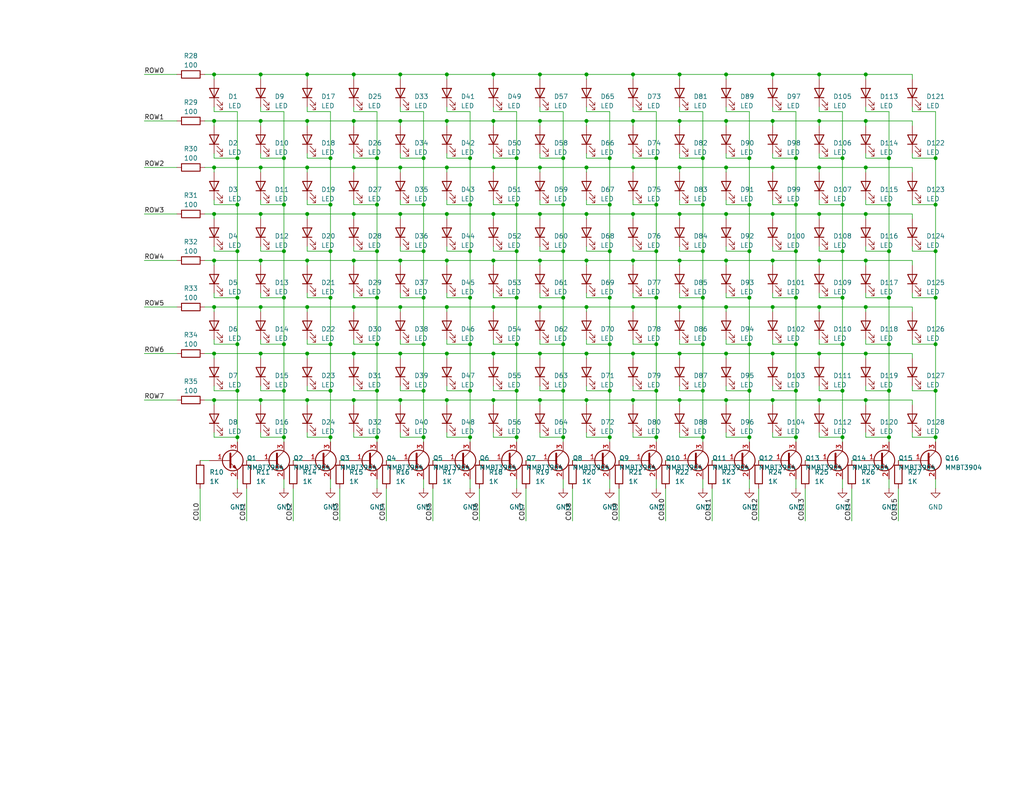
<source format=kicad_sch>
(kicad_sch (version 20230121) (generator eeschema)
  (paper "USLetter")
  (lib_symbols
    (symbol "Device:LED" (pin_numbers hide) (pin_names (offset 1.016) hide)
      (property "Reference" "D" (at 0 2.54 0))
      (property "Value" "LED" (at 0 -2.54 0))
      (symbol "LED_1_1"
        (pin passive line (at -3.81 0 0) (length 2.54) (name "K") (number "1"))
        (pin passive line (at 3.81 0 180) (length 2.54) (name "A") (number "2"))
      )
    )
    (symbol "Device:R" (pin_numbers hide) (pin_names (offset 0))
      (property "Reference" "R" (at 2.032 0 90))
      (property "Value" "R" (at 0 0 90))
      (symbol "R_1_1"
        (pin passive line (at 0 3.81 270) (length 1.27) (name "~") (number "1"))
        (pin passive line (at 0 -3.81 90) (length 1.27) (name "~") (number "2"))
      )
    )
    (symbol "GND_1" (power) (pin_names (offset 0))
      (property "Value" "GND_1" (at 0 -3.81 0))
      (symbol "GND_1_1_1"
        (pin power_in line (at 0 0 270) (length 0) hide (name "GND") (number "1"))
      )
    )
    (symbol "MCU_ST_STM32F0:STM32F030C8Tx"
      (property "Reference" "U" (at -12.7 41.91 0))
      (property "Value" "STM32F030C8Tx" (at 7.62 41.91 0))
      (symbol "STM32F030C8Tx_1_1"
        (pin power_in line (at -2.54 43.18 270) (length 2.54) (name "VDD") (number "1"))
        (pin bidirectional line (at 15.24 38.1 180) (length 2.54) (name "PA0") (number "10"))
        (pin bidirectional line (at 15.24 35.56 180) (length 2.54) (name "PA1") (number "11"))
        (pin bidirectional line (at 15.24 33.02 180) (length 2.54) (name "PA2") (number "12"))
        (pin bidirectional line (at 15.24 30.48 180) (length 2.54) (name "PA3") (number "13"))
        (pin bidirectional line (at 15.24 27.94 180) (length 2.54) (name "PA4") (number "14"))
        (pin bidirectional line (at 15.24 25.4 180) (length 2.54) (name "PA5") (number "15"))
        (pin bidirectional line (at 15.24 22.86 180) (length 2.54) (name "PA6") (number "16"))
        (pin bidirectional line (at 15.24 20.32 180) (length 2.54) (name "PA7") (number "17"))
        (pin bidirectional line (at -15.24 5.08 0) (length 2.54) (name "PB0") (number "18"))
        (pin bidirectional line (at -15.24 2.54 0) (length 2.54) (name "PB1") (number "19"))
        (pin bidirectional line (at -15.24 15.24 0) (length 2.54) (name "PC13") (number "2"))
        (pin bidirectional line (at -15.24 0 0) (length 2.54) (name "PB2") (number "20"))
        (pin bidirectional line (at -15.24 -20.32 0) (length 2.54) (name "PB10") (number "21"))
        (pin bidirectional line (at -15.24 -22.86 0) (length 2.54) (name "PB11") (number "22"))
        (pin power_in line (at 0 -40.64 90) (length 2.54) (name "VSS") (number "23"))
        (pin power_in line (at 0 43.18 270) (length 2.54) (name "VDD") (number "24"))
        (pin bidirectional line (at -15.24 -25.4 0) (length 2.54) (name "PB12") (number "25"))
        (pin bidirectional line (at -15.24 -27.94 0) (length 2.54) (name "PB13") (number "26"))
        (pin bidirectional line (at -15.24 -30.48 0) (length 2.54) (name "PB14") (number "27"))
        (pin bidirectional line (at -15.24 -33.02 0) (length 2.54) (name "PB15") (number "28"))
        (pin bidirectional line (at 15.24 17.78 180) (length 2.54) (name "PA8") (number "29"))
        (pin bidirectional line (at -15.24 12.7 0) (length 2.54) (name "PC14") (number "3"))
        (pin bidirectional line (at 15.24 15.24 180) (length 2.54) (name "PA9") (number "30"))
        (pin bidirectional line (at 15.24 12.7 180) (length 2.54) (name "PA10") (number "31"))
        (pin bidirectional line (at 15.24 10.16 180) (length 2.54) (name "PA11") (number "32"))
        (pin bidirectional line (at 15.24 7.62 180) (length 2.54) (name "PA12") (number "33"))
        (pin bidirectional line (at 15.24 5.08 180) (length 2.54) (name "PA13") (number "34"))
        (pin bidirectional line (at -15.24 22.86 0) (length 2.54) (name "PF6") (number "35"))
        (pin bidirectional line (at -15.24 20.32 0) (length 2.54) (name "PF7") (number "36"))
        (pin bidirectional line (at 15.24 2.54 180) (length 2.54) (name "PA14") (number "37"))
        (pin bidirectional line (at 15.24 0 180) (length 2.54) (name "PA15") (number "38"))
        (pin bidirectional line (at -15.24 -2.54 0) (length 2.54) (name "PB3") (number "39"))
        (pin bidirectional line (at -15.24 10.16 0) (length 2.54) (name "PC15") (number "4"))
        (pin bidirectional line (at -15.24 -5.08 0) (length 2.54) (name "PB4") (number "40"))
        (pin bidirectional line (at -15.24 -7.62 0) (length 2.54) (name "PB5") (number "41"))
        (pin bidirectional line (at -15.24 -10.16 0) (length 2.54) (name "PB6") (number "42"))
        (pin bidirectional line (at -15.24 -12.7 0) (length 2.54) (name "PB7") (number "43"))
        (pin input line (at -15.24 33.02 0) (length 2.54) (name "BOOT0") (number "44"))
        (pin bidirectional line (at -15.24 -15.24 0) (length 2.54) (name "PB8") (number "45"))
        (pin bidirectional line (at -15.24 -17.78 0) (length 2.54) (name "PB9") (number "46"))
        (pin passive line (at 0 -40.64 90) (length 2.54) hide (name "VSS") (number "47"))
        (pin power_in line (at 2.54 43.18 270) (length 2.54) (name "VDD") (number "48"))
        (pin bidirectional line (at -15.24 27.94 0) (length 2.54) (name "PF0") (number "5"))
        (pin bidirectional line (at -15.24 25.4 0) (length 2.54) (name "PF1") (number "6"))
        (pin input line (at -15.24 38.1 0) (length 2.54) (name "NRST") (number "7"))
        (pin power_in line (at 2.54 -40.64 90) (length 2.54) (name "VSSA") (number "8"))
        (pin power_in line (at 5.08 43.18 270) (length 2.54) (name "VDDA") (number "9"))
      )
    )
    (symbol "Transistor_BJT:MMBT3904" (pin_names (offset 0) hide)
      (property "Reference" "Q" (at 5.08 1.905 0))
      (property "Value" "MMBT3904" (at 5.08 0 0))
      (symbol "MMBT3904_1_1"
        (pin input line (at -5.08 0 0) (length 5.715) (name "B") (number "1"))
        (pin passive line (at 2.54 -5.08 90) (length 2.54) (name "E") (number "2"))
        (pin passive line (at 2.54 5.08 270) (length 2.54) (name "C") (number "3"))
      )
    )
    (symbol "chipsetter-badge-sao-eagle-import:+3V3" (power)
      (property "Value" "+3V3" (at -2.54 -5.08 90))
      (symbol "+3V3_1_0"
        (pin power_in line (at 0 -2.54 90) (length 2.54) (name "+3V3") (number "1"))
      )
    )
    (symbol "chipsetter-badge-sao-eagle-import:AVR-ISP-6SMD"
      (property "Reference" "JP" (at -6.35 6.35 0))
      (symbol "AVR-ISP-6SMD_1_0"
        (text "AVR ISP" (at -6.35 -8.255 0) (effects (font (size 1.778 1.5113)) (justify left bottom)))
        (text "GND" (at -11.43 -1.905 0) (effects (font (size 1.143 0.9715)) (justify left bottom)))
        (text "MISO" (at 7.62 3.175 0) (effects (font (size 1.143 0.9715)) (justify left bottom)))
        (text "MOSI" (at 7.62 0.635 0) (effects (font (size 1.143 0.9715)) (justify left bottom)))
        (text "RST" (at -11.43 0.635 0) (effects (font (size 1.143 0.9715)) (justify left bottom)))
        (text "SCK" (at 7.62 -1.905 0) (effects (font (size 1.143 0.9715)) (justify left bottom)))
        (text "VTG" (at -11.43 3.175 0) (effects (font (size 1.143 0.9715)) (justify left bottom)))
        (pin passive line (at 5.08 2.54 180) (length 2.54) (name "1") (number "1"))
        (pin passive line (at -5.08 2.54 0) (length 2.54) (name "2") (number "2"))
        (pin passive line (at 5.08 -2.54 180) (length 2.54) (name "3") (number "3"))
        (pin passive line (at 5.08 0 180) (length 2.54) (name "4") (number "4"))
        (pin passive line (at -5.08 0 0) (length 2.54) (name "5") (number "5"))
        (pin passive line (at -5.08 -2.54 0) (length 2.54) (name "6") (number "6"))
      )
    )
    (symbol "chipsetter-badge-sao-eagle-import:C-USC0603"
      (property "Reference" "C" (at 1.016 0.635 0))
      (property "Value" "C-USC0603" (at 1.016 -4.191 0))
      (symbol "C-USC0603_1_0"
        (pin passive line (at 0 2.54 270) (length 2.54) (name "1") (number "1"))
        (pin passive line (at 0 -5.08 90) (length 2.54) (name "2") (number "2"))
      )
    )
    (symbol "chipsetter-badge-sao-eagle-import:R-US_R0603"
      (property "Reference" "R" (at -3.81 1.4986 0))
      (property "Value" "R-US_R0603" (at -3.81 -3.302 0))
      (symbol "R-US_R0603_1_0"
        (pin passive line (at -5.08 0 0) (length 2.54) (name "1") (number "1"))
        (pin passive line (at 5.08 0 180) (length 2.54) (name "2") (number "2"))
      )
    )
    (symbol "chipsetter-badge-sao-eagle-import:TACT-SPSTSMD-6X3.6"
      (property "Reference" "S" (at -6.35 -2.54 90))
      (property "Value" "TACT-SPSTSMD-6X3.6" (at -3.81 3.175 90))
      (symbol "TACT-SPSTSMD-6X3.6_1_0"
        (pin passive line (at 0 -5.08 90) (length 2.54) (name "P") (number "1"))
        (pin passive line (at 0 5.08 270) (length 2.54) (name "S") (number "2"))
      )
    )
    (symbol "power:+3V3" (power) (pin_names (offset 0))
      (property "Value" "+3V3" (at 0 3.556 0))
      (symbol "+3V3_1_1"
        (pin power_in line (at 0 0 90) (length 0) hide (name "+3V3") (number "1"))
      )
    )
    (symbol "power:GND" (power) (pin_names (offset 0))
      (property "Value" "GND" (at 0 -3.81 0))
      (symbol "GND_1_1"
        (pin power_in line (at 0 0 270) (length 0) hide (name "GND") (number "1"))
      )
    )
  )
  (junction (at 140.97 68.58))
  (junction (at 140.97 55.88))
  (junction (at 140.97 119.38))
  (junction (at 198.12 58.42))
  (junction (at 160.02 58.42))
  (junction (at 185.42 20.32))
  (junction (at 166.37 43.18))
  (junction (at 185.42 71.12))
  (junction (at 121.92 58.42))
  (junction (at 147.32 20.32))
  (junction (at 134.62 71.12))
  (junction (at 58.42 71.12))
  (junction (at 210.82 71.12))
  (junction (at 77.47 81.28))
  (junction (at 96.52 71.12))
  (junction (at 217.17 43.18))
  (junction (at 64.77 106.68))
  (junction (at 166.37 93.98))
  (junction (at 210.82 20.32))
  (junction (at 191.77 43.18))
  (junction (at 204.47 43.18))
  (junction (at 191.77 93.98))
  (junction (at 242.57 93.98))
  (junction (at 393.7 120.65))
  (junction (at 179.07 93.98))
  (junction (at 58.42 45.72))
  (junction (at 198.12 96.52))
  (junction (at 185.42 45.72))
  (junction (at 255.27 106.68))
  (junction (at 229.87 106.68))
  (junction (at 179.07 55.88))
  (junction (at 83.82 96.52))
  (junction (at 71.12 96.52))
  (junction (at 223.52 83.82))
  (junction (at 115.57 81.28))
  (junction (at 242.57 119.38))
  (junction (at 121.92 45.72))
  (junction (at 236.22 83.82))
  (junction (at 217.17 106.68))
  (junction (at 109.22 20.32))
  (junction (at 185.42 109.22))
  (junction (at 204.47 106.68))
  (junction (at 242.57 43.18))
  (junction (at 77.47 55.88))
  (junction (at 71.12 71.12))
  (junction (at 115.57 43.18))
  (junction (at 160.02 45.72))
  (junction (at 83.82 83.82))
  (junction (at 64.77 68.58))
  (junction (at 115.57 93.98))
  (junction (at 121.92 96.52))
  (junction (at 58.42 20.32))
  (junction (at 58.42 33.02))
  (junction (at 160.02 20.32))
  (junction (at 77.47 93.98))
  (junction (at 255.27 55.88))
  (junction (at 90.17 106.68))
  (junction (at 102.87 43.18))
  (junction (at 121.92 20.32))
  (junction (at 198.12 71.12))
  (junction (at 77.47 68.58))
  (junction (at 179.07 106.68))
  (junction (at 198.12 83.82))
  (junction (at 77.47 106.68))
  (junction (at 71.12 83.82))
  (junction (at 229.87 55.88))
  (junction (at 58.42 109.22))
  (junction (at 96.52 20.32))
  (junction (at 204.47 55.88))
  (junction (at 90.17 119.38))
  (junction (at 140.97 93.98))
  (junction (at 109.22 109.22))
  (junction (at 115.57 55.88))
  (junction (at 172.72 83.82))
  (junction (at 109.22 45.72))
  (junction (at 64.77 93.98))
  (junction (at 71.12 33.02))
  (junction (at 83.82 109.22))
  (junction (at 153.67 119.38))
  (junction (at 64.77 55.88))
  (junction (at 236.22 33.02))
  (junction (at 160.02 83.82))
  (junction (at 83.82 71.12))
  (junction (at 140.97 106.68))
  (junction (at 77.47 43.18))
  (junction (at 128.27 43.18))
  (junction (at 210.82 45.72))
  (junction (at 160.02 96.52))
  (junction (at 172.72 58.42))
  (junction (at 134.62 45.72))
  (junction (at 140.97 81.28))
  (junction (at 128.27 119.38))
  (junction (at 71.12 45.72))
  (junction (at 172.72 109.22))
  (junction (at 393.7 209.55))
  (junction (at 185.42 33.02))
  (junction (at 102.87 106.68))
  (junction (at 179.07 68.58))
  (junction (at 255.27 81.28))
  (junction (at 121.92 109.22))
  (junction (at 96.52 109.22))
  (junction (at 147.32 96.52))
  (junction (at 223.52 20.32))
  (junction (at 147.32 83.82))
  (junction (at 102.87 119.38))
  (junction (at 210.82 83.82))
  (junction (at 217.17 55.88))
  (junction (at 198.12 45.72))
  (junction (at 121.92 71.12))
  (junction (at 166.37 106.68))
  (junction (at 90.17 68.58))
  (junction (at 153.67 106.68))
  (junction (at 64.77 81.28))
  (junction (at 166.37 68.58))
  (junction (at 236.22 96.52))
  (junction (at 102.87 55.88))
  (junction (at 391.16 120.65))
  (junction (at 58.42 58.42))
  (junction (at 210.82 33.02))
  (junction (at 140.97 43.18))
  (junction (at 134.62 20.32))
  (junction (at 115.57 119.38))
  (junction (at 179.07 119.38))
  (junction (at 396.24 120.65))
  (junction (at 172.72 96.52))
  (junction (at 109.22 96.52))
  (junction (at 64.77 119.38))
  (junction (at 210.82 109.22))
  (junction (at 121.92 33.02))
  (junction (at 134.62 58.42))
  (junction (at 217.17 68.58))
  (junction (at 217.17 93.98))
  (junction (at 153.67 55.88))
  (junction (at 153.67 81.28))
  (junction (at 242.57 55.88))
  (junction (at 172.72 20.32))
  (junction (at 71.12 20.32))
  (junction (at 109.22 58.42))
  (junction (at 147.32 109.22))
  (junction (at 229.87 43.18))
  (junction (at 153.67 93.98))
  (junction (at 204.47 119.38))
  (junction (at 223.52 45.72))
  (junction (at 147.32 33.02))
  (junction (at 191.77 119.38))
  (junction (at 134.62 83.82))
  (junction (at 96.52 33.02))
  (junction (at 166.37 119.38))
  (junction (at 147.32 45.72))
  (junction (at 172.72 33.02))
  (junction (at 236.22 58.42))
  (junction (at 687.07 58.42))
  (junction (at 255.27 119.38))
  (junction (at 90.17 43.18))
  (junction (at 229.87 119.38))
  (junction (at 204.47 68.58))
  (junction (at 172.72 45.72))
  (junction (at 64.77 43.18))
  (junction (at 90.17 81.28))
  (junction (at 90.17 93.98))
  (junction (at 147.32 58.42))
  (junction (at 185.42 58.42))
  (junction (at 58.42 96.52))
  (junction (at 223.52 58.42))
  (junction (at 109.22 83.82))
  (junction (at 236.22 45.72))
  (junction (at 83.82 33.02))
  (junction (at 223.52 71.12))
  (junction (at 204.47 81.28))
  (junction (at 153.67 68.58))
  (junction (at 83.82 45.72))
  (junction (at 223.52 109.22))
  (junction (at 255.27 43.18))
  (junction (at 236.22 20.32))
  (junction (at 179.07 81.28))
  (junction (at 102.87 93.98))
  (junction (at 255.27 93.98))
  (junction (at 128.27 55.88))
  (junction (at 198.12 20.32))
  (junction (at 242.57 81.28))
  (junction (at 109.22 33.02))
  (junction (at 90.17 55.88))
  (junction (at 242.57 68.58))
  (junction (at 153.67 43.18))
  (junction (at 134.62 109.22))
  (junction (at 618.49 53.34))
  (junction (at 204.47 93.98))
  (junction (at 115.57 106.68))
  (junction (at 638.81 71.12))
  (junction (at 109.22 71.12))
  (junction (at 160.02 33.02))
  (junction (at 236.22 109.22))
  (junction (at 229.87 81.28))
  (junction (at 191.77 106.68))
  (junction (at 128.27 81.28))
  (junction (at 77.47 119.38))
  (junction (at 255.27 68.58))
  (junction (at 83.82 20.32))
  (junction (at 191.77 81.28))
  (junction (at 128.27 68.58))
  (junction (at 198.12 33.02))
  (junction (at 96.52 45.72))
  (junction (at 242.57 106.68))
  (junction (at 172.72 71.12))
  (junction (at 618.49 71.12))
  (junction (at 210.82 96.52))
  (junction (at 687.07 71.12))
  (junction (at 71.12 58.42))
  (junction (at 102.87 68.58))
  (junction (at 191.77 55.88))
  (junction (at 96.52 83.82))
  (junction (at 179.07 43.18))
  (junction (at 128.27 106.68))
  (junction (at 229.87 68.58))
  (junction (at 229.87 93.98))
  (junction (at 160.02 71.12))
  (junction (at 147.32 71.12))
  (junction (at 128.27 93.98))
  (junction (at 121.92 83.82))
  (junction (at 217.17 119.38))
  (junction (at 236.22 71.12))
  (junction (at 96.52 96.52))
  (junction (at 83.82 58.42))
  (junction (at 58.42 83.82))
  (junction (at 217.17 81.28))
  (junction (at 191.77 68.58))
  (junction (at 96.52 58.42))
  (junction (at 134.62 96.52))
  (junction (at 223.52 96.52))
  (junction (at 102.87 81.28))
  (junction (at 166.37 81.28))
  (junction (at 185.42 83.82))
  (junction (at 185.42 96.52))
  (junction (at 134.62 33.02))
  (junction (at 198.12 109.22))
  (junction (at 160.02 109.22))
  (junction (at 223.52 33.02))
  (junction (at 210.82 58.42))
  (junction (at 71.12 109.22))
  (junction (at 166.37 55.88))
  (junction (at 115.57 68.58))
  (wire (pts (xy 58.42 46.99) (xy 58.42 45.72)))
  (wire (pts (xy 191.77 106.68) (xy 191.77 119.38)))
  (wire (pts (xy 121.92 96.52) (xy 121.92 97.79)))
  (wire (pts (xy 128.27 43.18) (xy 121.92 43.18)))
  (wire (pts (xy 223.52 93.98) (xy 223.52 92.71)))
  (wire (pts (xy 223.52 33.02) (xy 223.52 34.29)))
  (wire (pts (xy 248.92 96.52) (xy 248.92 97.79)))
  (wire (pts (xy 55.88 71.12) (xy 58.42 71.12)))
  (wire (pts (xy 223.52 109.22) (xy 223.52 110.49)))
  (wire (pts (xy 64.77 55.88) (xy 58.42 55.88)))
  (wire (pts (xy 236.22 83.82) (xy 248.92 83.82)))
  (wire (pts (xy 77.47 81.28) (xy 77.47 93.98)))
  (wire (pts (xy 71.12 93.98) (xy 71.12 92.71)))
  (wire (pts (xy 134.62 20.32) (xy 134.62 21.59)))
  (wire (pts (xy 172.72 58.42) (xy 185.42 58.42)))
  (wire (pts (xy 223.52 30.48) (xy 229.87 30.48)))
  (wire (pts (xy 71.12 58.42) (xy 71.12 59.69)))
  (wire (pts (xy 191.77 68.58) (xy 185.42 68.58)))
  (wire (pts (xy 128.27 106.68) (xy 121.92 106.68)))
  (wire (pts (xy 236.22 55.88) (xy 236.22 54.61)))
  (wire (pts (xy 153.67 106.68) (xy 147.32 106.68)))
  (wire (pts (xy 198.12 68.58) (xy 198.12 67.31)))
  (wire (pts (xy 156.21 125.73) (xy 158.75 125.73)))
  (wire (pts (xy 185.42 71.12) (xy 185.42 72.39)))
  (wire (pts (xy 185.42 96.52) (xy 198.12 96.52)))
  (wire (pts (xy 204.47 81.28) (xy 204.47 93.98)))
  (wire (pts (xy 210.82 45.72) (xy 223.52 45.72)))
  (wire (pts (xy 58.42 21.59) (xy 58.42 20.32)))
  (wire (pts (xy 134.62 20.32) (xy 147.32 20.32)))
  (wire (pts (xy 229.87 55.88) (xy 223.52 55.88)))
  (wire (pts (xy 58.42 85.09) (xy 58.42 83.82)))
  (wire (pts (xy 179.07 43.18) (xy 172.72 43.18)))
  (wire (pts (xy 115.57 106.68) (xy 109.22 106.68)))
  (wire (pts (xy 229.87 119.38) (xy 229.87 120.65)))
  (wire (pts (xy 67.31 125.73) (xy 69.85 125.73)))
  (wire (pts (xy 90.17 43.18) (xy 90.17 55.88)))
  (wire (pts (xy 147.32 55.88) (xy 147.32 54.61)))
  (wire (pts (xy 687.07 71.12) (xy 697.23 71.12)))
  (wire (pts (xy 121.92 96.52) (xy 134.62 96.52)))
  (wire (pts (xy 166.37 130.81) (xy 166.37 133.35)))
  (wire (pts (xy 121.92 106.68) (xy 121.92 105.41)))
  (wire (pts (xy 58.42 20.32) (xy 71.12 20.32)))
  (wire (pts (xy 134.62 83.82) (xy 134.62 85.09)))
  (wire (pts (xy 166.37 106.68) (xy 166.37 119.38)))
  (wire (pts (xy 172.72 81.28) (xy 172.72 80.01)))
  (wire (pts (xy 109.22 58.42) (xy 121.92 58.42)))
  (wire (pts (xy 109.22 20.32) (xy 109.22 21.59)))
  (wire (pts (xy 172.72 96.52) (xy 185.42 96.52)))
  (wire (pts (xy 58.42 30.48) (xy 64.77 30.48)))
  (wire (pts (xy 160.02 109.22) (xy 172.72 109.22)))
  (wire (pts (xy 217.17 106.68) (xy 217.17 119.38)))
  (wire (pts (xy 327.66 185.42) (xy 327.66 180.34)))
  (wire (pts (xy 58.42 109.22) (xy 71.12 109.22)))
  (wire (pts (xy 58.42 68.58) (xy 58.42 67.31)))
  (wire (pts (xy 223.52 33.02) (xy 236.22 33.02)))
  (wire (pts (xy 676.91 58.42) (xy 687.07 58.42)))
  (wire (pts (xy 217.17 93.98) (xy 217.17 106.68)))
  (wire (pts (xy 39.37 109.22) (xy 48.26 109.22)))
  (wire (pts (xy 229.87 130.81) (xy 229.87 133.35)))
  (wire (pts (xy 185.42 109.22) (xy 198.12 109.22)))
  (wire (pts (xy 166.37 81.28) (xy 166.37 93.98)))
  (wire (pts (xy 219.71 125.73) (xy 222.25 125.73)))
  (wire (pts (xy 191.77 93.98) (xy 185.42 93.98)))
  (wire (pts (xy 204.47 106.68) (xy 198.12 106.68)))
  (wire (pts (xy 368.3 179.07) (xy 378.46 179.07)))
  (wire (pts (xy 166.37 68.58) (xy 166.37 81.28)))
  (wire (pts (xy 229.87 68.58) (xy 229.87 81.28)))
  (wire (pts (xy 248.92 109.22) (xy 248.92 110.49)))
  (wire (pts (xy 102.87 30.48) (xy 102.87 43.18)))
  (wire (pts (xy 147.32 29.21) (xy 147.32 30.48)))
  (wire (pts (xy 147.32 71.12) (xy 147.32 72.39)))
  (wire (pts (xy 185.42 20.32) (xy 185.42 21.59)))
  (wire (pts (xy 408.94 143.51) (xy 419.1 143.51)))
  (wire (pts (xy 166.37 81.28) (xy 160.02 81.28)))
  (wire (pts (xy 204.47 93.98) (xy 204.47 106.68)))
  (wire (pts (xy 368.3 191.77) (xy 378.46 191.77)))
  (wire (pts (xy 255.27 93.98) (xy 248.92 93.98)))
  (wire (pts (xy 90.17 68.58) (xy 83.82 68.58)))
  (wire (pts (xy 134.62 29.21) (xy 134.62 30.48)))
  (wire (pts (xy 236.22 29.21) (xy 236.22 30.48)))
  (wire (pts (xy 393.7 209.55) (xy 393.7 212.09)))
  (wire (pts (xy 58.42 81.28) (xy 58.42 80.01)))
  (wire (pts (xy 109.22 71.12) (xy 109.22 72.39)))
  (wire (pts (xy 207.01 125.73) (xy 209.55 125.73)))
  (wire (pts (xy 223.52 45.72) (xy 223.52 46.99)))
  (wire (pts (xy 71.12 30.48) (xy 77.47 30.48)))
  (wire (pts (xy 408.94 146.05) (xy 419.1 146.05)))
  (wire (pts (xy 77.47 43.18) (xy 77.47 55.88)))
  (wire (pts (xy 322.58 185.42) (xy 327.66 185.42)))
  (wire (pts (xy 229.87 93.98) (xy 223.52 93.98)))
  (wire (pts (xy 255.27 55.88) (xy 255.27 68.58)))
  (wire (pts (xy 676.91 71.12) (xy 687.07 71.12)))
  (wire (pts (xy 147.32 33.02) (xy 160.02 33.02)))
  (wire (pts (xy 71.12 58.42) (xy 83.82 58.42)))
  (wire (pts (xy 115.57 81.28) (xy 115.57 93.98)))
  (wire (pts (xy 134.62 96.52) (xy 134.62 97.79)))
  (wire (pts (xy 83.82 55.88) (xy 83.82 54.61)))
  (wire (pts (xy 115.57 30.48) (xy 115.57 43.18)))
  (wire (pts (xy 140.97 43.18) (xy 134.62 43.18)))
  (wire (pts (xy 242.57 106.68) (xy 236.22 106.68)))
  (wire (pts (xy 109.22 30.48) (xy 115.57 30.48)))
  (wire (pts (xy 160.02 93.98) (xy 160.02 92.71)))
  (wire (pts (xy 147.32 68.58) (xy 147.32 67.31)))
  (wire (pts (xy 179.07 130.81) (xy 179.07 133.35)))
  (wire (pts (xy 248.92 119.38) (xy 248.92 118.11)))
  (wire (pts (xy 191.77 55.88) (xy 185.42 55.88)))
  (wire (pts (xy 242.57 81.28) (xy 236.22 81.28)))
  (wire (pts (xy 128.27 81.28) (xy 128.27 93.98)))
  (wire (pts (xy 204.47 130.81) (xy 204.47 133.35)))
  (wire (pts (xy 58.42 119.38) (xy 58.42 118.11)))
  (wire (pts (xy 128.27 130.81) (xy 128.27 133.35)))
  (wire (pts (xy 248.92 20.32) (xy 248.92 21.59)))
  (wire (pts (xy 143.51 142.24) (xy 143.51 133.35)))
  (wire (pts (xy 198.12 119.38) (xy 198.12 118.11)))
  (wire (pts (xy 71.12 68.58) (xy 71.12 67.31)))
  (wire (pts (xy 368.3 128.27) (xy 378.46 128.27)))
  (wire (pts (xy 83.82 58.42) (xy 83.82 59.69)))
  (wire (pts (xy 109.22 45.72) (xy 121.92 45.72)))
  (wire (pts (xy 64.77 106.68) (xy 64.77 119.38)))
  (wire (pts (xy 248.92 93.98) (xy 248.92 92.71)))
  (wire (pts (xy 255.27 81.28) (xy 248.92 81.28)))
  (wire (pts (xy 408.94 133.35) (xy 419.1 133.35)))
  (wire (pts (xy 204.47 68.58) (xy 204.47 81.28)))
  (wire (pts (xy 147.32 119.38) (xy 147.32 118.11)))
  (wire (pts (xy 172.72 93.98) (xy 172.72 92.71)))
  (wire (pts (xy 312.42 185.42) (xy 307.34 185.42)))
  (wire (pts (xy 115.57 93.98) (xy 115.57 106.68)))
  (wire (pts (xy 236.22 71.12) (xy 236.22 72.39)))
  (wire (pts (xy 185.42 30.48) (xy 191.77 30.48)))
  (wire (pts (xy 64.77 55.88) (xy 64.77 68.58)))
  (wire (pts (xy 408.94 128.27) (xy 419.1 128.27)))
  (wire (pts (xy 102.87 119.38) (xy 102.87 120.65)))
  (wire (pts (xy 71.12 29.21) (xy 71.12 30.48)))
  (wire (pts (xy 210.82 93.98) (xy 210.82 92.71)))
  (wire (pts (xy 90.17 81.28) (xy 83.82 81.28)))
  (wire (pts (xy 172.72 45.72) (xy 172.72 46.99)))
  (wire (pts (xy 191.77 55.88) (xy 191.77 68.58)))
  (wire (pts (xy 223.52 106.68) (xy 223.52 105.41)))
  (wire (pts (xy 210.82 83.82) (xy 210.82 85.09)))
  (wire (pts (xy 147.32 96.52) (xy 147.32 97.79)))
  (wire (pts (xy 242.57 81.28) (xy 242.57 93.98)))
  (wire (pts (xy 102.87 106.68) (xy 96.52 106.68)))
  (wire (pts (xy 153.67 43.18) (xy 147.32 43.18)))
  (wire (pts (xy 134.62 68.58) (xy 134.62 67.31)))
  (wire (pts (xy 179.07 93.98) (xy 179.07 106.68)))
  (wire (pts (xy 102.87 68.58) (xy 96.52 68.58)))
  (wire (pts (xy 198.12 106.68) (xy 198.12 105.41)))
  (wire (pts (xy 39.37 33.02) (xy 48.26 33.02)))
  (wire (pts (xy 64.77 119.38) (xy 64.77 120.65)))
  (wire (pts (xy 408.94 163.83) (xy 419.1 163.83)))
  (wire (pts (xy 83.82 83.82) (xy 83.82 85.09)))
  (wire (pts (xy 242.57 119.38) (xy 236.22 119.38)))
  (wire (pts (xy 172.72 30.48) (xy 179.07 30.48)))
  (wire (pts (xy 204.47 119.38) (xy 204.47 120.65)))
  (wire (pts (xy 96.52 83.82) (xy 96.52 85.09)))
  (wire (pts (xy 143.51 125.73) (xy 146.05 125.73)))
  (wire (pts (xy 229.87 30.48) (xy 229.87 43.18)))
  (wire (pts (xy 198.12 58.42) (xy 210.82 58.42)))
  (wire (pts (xy 242.57 55.88) (xy 242.57 68.58)))
  (wire (pts (xy 368.3 184.15) (xy 378.46 184.15)))
  (wire (pts (xy 96.52 20.32) (xy 109.22 20.32)))
  (wire (pts (xy 102.87 55.88) (xy 96.52 55.88)))
  (wire (pts (xy 134.62 81.28) (xy 134.62 80.01)))
  (wire (pts (xy 128.27 106.68) (xy 128.27 119.38)))
  (wire (pts (xy 77.47 130.81) (xy 77.47 133.35)))
  (wire (pts (xy 191.77 43.18) (xy 185.42 43.18)))
  (wire (pts (xy 255.27 30.48) (xy 255.27 43.18)))
  (wire (pts (xy 236.22 43.18) (xy 236.22 41.91)))
  (wire (pts (xy 58.42 43.18) (xy 58.42 41.91)))
  (wire (pts (xy 121.92 71.12) (xy 134.62 71.12)))
  (wire (pts (xy 229.87 81.28) (xy 229.87 93.98)))
  (wire (pts (xy 83.82 45.72) (xy 83.82 46.99)))
  (wire (pts (xy 140.97 43.18) (xy 140.97 55.88)))
  (wire (pts (xy 368.3 194.31) (xy 378.46 194.31)))
  (wire (pts (xy 198.12 96.52) (xy 198.12 97.79)))
  (wire (pts (xy 109.22 45.72) (xy 109.22 46.99)))
  (wire (pts (xy 236.22 71.12) (xy 248.92 71.12)))
  (wire (pts (xy 368.3 196.85) (xy 378.46 196.85)))
  (wire (pts (xy 147.32 30.48) (xy 153.67 30.48)))
  (wire (pts (xy 223.52 58.42) (xy 223.52 59.69)))
  (wire (pts (xy 128.27 55.88) (xy 128.27 68.58)))
  (wire (pts (xy 83.82 106.68) (xy 83.82 105.41)))
  (wire (pts (xy 92.71 142.24) (xy 92.71 133.35)))
  (wire (pts (xy 109.22 68.58) (xy 109.22 67.31)))
  (wire (pts (xy 134.62 93.98) (xy 134.62 92.71)))
  (wire (pts (xy 210.82 58.42) (xy 223.52 58.42)))
  (wire (pts (xy 96.52 30.48) (xy 102.87 30.48)))
  (wire (pts (xy 697.23 58.42) (xy 697.23 60.96)))
  (wire (pts (xy 236.22 81.28) (xy 236.22 80.01)))
  (wire (pts (xy 618.49 71.12) (xy 621.03 71.12)))
  (wire (pts (xy 179.07 55.88) (xy 172.72 55.88)))
  (wire (pts (xy 236.22 68.58) (xy 236.22 67.31)))
  (wire (pts (xy 115.57 68.58) (xy 109.22 68.58)))
  (wire (pts (xy 204.47 81.28) (xy 198.12 81.28)))
  (wire (pts (xy 160.02 20.32) (xy 172.72 20.32)))
  (wire (pts (xy 140.97 68.58) (xy 140.97 81.28)))
  (wire (pts (xy 248.92 58.42) (xy 248.92 59.69)))
  (wire (pts (xy 618.49 73.66) (xy 618.49 71.12)))
  (wire (pts (xy 204.47 55.88) (xy 198.12 55.88)))
  (wire (pts (xy 368.3 199.39) (xy 378.46 199.39)))
  (wire (pts (xy 236.22 58.42) (xy 236.22 59.69)))
  (wire (pts (xy 83.82 45.72) (xy 96.52 45.72)))
  (wire (pts (xy 109.22 58.42) (xy 109.22 59.69)))
  (wire (pts (xy 71.12 20.32) (xy 83.82 20.32)))
  (wire (pts (xy 194.31 142.24) (xy 194.31 133.35)))
  (wire (pts (xy 217.17 55.88) (xy 210.82 55.88)))
  (wire (pts (xy 248.92 55.88) (xy 248.92 54.61)))
  (wire (pts (xy 248.92 33.02) (xy 248.92 34.29)))
  (wire (pts (xy 172.72 58.42) (xy 172.72 59.69)))
  (wire (pts (xy 248.92 43.18) (xy 248.92 41.91)))
  (wire (pts (xy 618.49 83.82) (xy 618.49 88.9)))
  (wire (pts (xy 223.52 96.52) (xy 236.22 96.52)))
  (wire (pts (xy 102.87 68.58) (xy 102.87 81.28)))
  (wire (pts (xy 109.22 20.32) (xy 121.92 20.32)))
  (wire (pts (xy 83.82 68.58) (xy 83.82 67.31)))
  (wire (pts (xy 83.82 33.02) (xy 83.82 34.29)))
  (wire (pts (xy 121.92 20.32) (xy 121.92 21.59)))
  (wire (pts (xy 191.77 81.28) (xy 191.77 93.98)))
  (wire (pts (xy 71.12 71.12) (xy 83.82 71.12)))
  (wire (pts (xy 172.72 20.32) (xy 172.72 21.59)))
  (wire (pts (xy 185.42 81.28) (xy 185.42 80.01)))
  (wire (pts (xy 210.82 55.88) (xy 210.82 54.61)))
  (wire (pts (xy 96.52 71.12) (xy 109.22 71.12)))
  (wire (pts (xy 185.42 83.82) (xy 185.42 85.09)))
  (wire (pts (xy 130.81 125.73) (xy 133.35 125.73)))
  (wire (pts (xy 676.91 60.96) (xy 676.91 58.42)))
  (wire (pts (xy 147.32 71.12) (xy 160.02 71.12)))
  (wire (pts (xy 96.52 106.68) (xy 96.52 105.41)))
  (wire (pts (xy 55.88 45.72) (xy 58.42 45.72)))
  (wire (pts (xy 223.52 119.38) (xy 223.52 118.11)))
  (wire (pts (xy 179.07 93.98) (xy 172.72 93.98)))
  (wire (pts (xy 128.27 68.58) (xy 121.92 68.58)))
  (wire (pts (xy 242.57 43.18) (xy 242.57 55.88)))
  (wire (pts (xy 255.27 106.68) (xy 255.27 119.38)))
  (wire (pts (xy 408.94 135.89) (xy 419.1 135.89)))
  (wire (pts (xy 109.22 109.22) (xy 109.22 110.49)))
  (wire (pts (xy 179.07 55.88) (xy 179.07 68.58)))
  (wire (pts (xy 90.17 106.68) (xy 83.82 106.68)))
  (wire (pts (xy 67.31 142.24) (xy 67.31 133.35)))
  (wire (pts (xy 71.12 109.22) (xy 83.82 109.22)))
  (wire (pts (xy 236.22 106.68) (xy 236.22 105.41)))
  (wire (pts (xy 147.32 58.42) (xy 147.32 59.69)))
  (wire (pts (xy 71.12 45.72) (xy 83.82 45.72)))
  (wire (pts (xy 160.02 43.18) (xy 160.02 41.91)))
  (wire (pts (xy 204.47 106.68) (xy 204.47 119.38)))
  (wire (pts (xy 223.52 109.22) (xy 236.22 109.22)))
  (wire (pts (xy 55.88 20.32) (xy 58.42 20.32)))
  (wire (pts (xy 115.57 93.98) (xy 109.22 93.98)))
  (wire (pts (xy 128.27 93.98) (xy 128.27 106.68)))
  (wire (pts (xy 115.57 119.38) (xy 109.22 119.38)))
  (wire (pts (xy 229.87 106.68) (xy 229.87 119.38)))
  (wire (pts (xy 217.17 119.38) (xy 210.82 119.38)))
  (wire (pts (xy 223.52 20.32) (xy 223.52 21.59)))
  (wire (pts (xy 153.67 119.38) (xy 153.67 120.65)))
  (wire (pts (xy 102.87 93.98) (xy 102.87 106.68)))
  (wire (pts (xy 96.52 68.58) (xy 96.52 67.31)))
  (wire (pts (xy 179.07 106.68) (xy 179.07 119.38)))
  (wire (pts (xy 147.32 20.32) (xy 160.02 20.32)))
  (wire (pts (xy 153.67 106.68) (xy 153.67 119.38)))
  (wire (pts (xy 90.17 93.98) (xy 83.82 93.98)))
  (wire (pts (xy 223.52 20.32) (xy 236.22 20.32)))
  (wire (pts (xy 83.82 58.42) (xy 96.52 58.42)))
  (wire (pts (xy 128.27 119.38) (xy 128.27 120.65)))
  (wire (pts (xy 393.7 120.65) (xy 393.7 123.19)))
  (wire (pts (xy 217.17 119.38) (xy 217.17 120.65)))
  (wire (pts (xy 96.52 81.28) (xy 96.52 80.01)))
  (wire (pts (xy 242.57 68.58) (xy 236.22 68.58)))
  (wire (pts (xy 172.72 119.38) (xy 172.72 118.11)))
  (wire (pts (xy 236.22 20.32) (xy 236.22 21.59)))
  (wire (pts (xy 64.77 93.98) (xy 58.42 93.98)))
  (wire (pts (xy 71.12 55.88) (xy 71.12 54.61)))
  (wire (pts (xy 236.22 96.52) (xy 248.92 96.52)))
  (wire (pts (xy 90.17 68.58) (xy 90.17 81.28)))
  (wire (pts (xy 147.32 45.72) (xy 160.02 45.72)))
  (wire (pts (xy 121.92 58.42) (xy 134.62 58.42)))
  (wire (pts (xy 223.52 83.82) (xy 236.22 83.82)))
  (wire (pts (xy 160.02 81.28) (xy 160.02 80.01)))
  (wire (pts (xy 121.92 45.72) (xy 121.92 46.99)))
  (wire (pts (xy 156.21 142.24) (xy 156.21 133.35)))
  (wire (pts (xy 96.52 119.38) (xy 96.52 118.11)))
  (wire (pts (xy 185.42 43.18) (xy 185.42 41.91)))
  (wire (pts (xy 102.87 81.28) (xy 102.87 93.98)))
  (wire (pts (xy 77.47 106.68) (xy 71.12 106.68)))
  (wire (pts (xy 58.42 110.49) (xy 58.42 109.22)))
  (wire (pts (xy 242.57 106.68) (xy 242.57 119.38)))
  (wire (pts (xy 191.77 43.18) (xy 191.77 55.88)))
  (wire (pts (xy 77.47 55.88) (xy 77.47 68.58)))
  (wire (pts (xy 638.81 58.42) (xy 638.81 53.34)))
  (wire (pts (xy 185.42 20.32) (xy 198.12 20.32)))
  (wire (pts (xy 217.17 93.98) (xy 210.82 93.98)))
  (wire (pts (xy 128.27 68.58) (xy 128.27 81.28)))
  (wire (pts (xy 198.12 81.28) (xy 198.12 80.01)))
  (wire (pts (xy 147.32 93.98) (xy 147.32 92.71)))
  (wire (pts (xy 118.11 125.73) (xy 120.65 125.73)))
  (wire (pts (xy 393.7 120.65) (xy 396.24 120.65)))
  (wire (pts (xy 368.3 173.99) (xy 378.46 173.99)))
  (wire (pts (xy 153.67 130.81) (xy 153.67 133.35)))
  (wire (pts (xy 229.87 43.18) (xy 223.52 43.18)))
  (wire (pts (xy 134.62 106.68) (xy 134.62 105.41)))
  (wire (pts (xy 64.77 30.48) (xy 64.77 43.18)))
  (wire (pts (xy 618.49 53.34) (xy 618.49 58.42)))
  (wire (pts (xy 153.67 43.18) (xy 153.67 55.88)))
  (wire (pts (xy 210.82 45.72) (xy 210.82 46.99)))
  (wire (pts (xy 147.32 20.32) (xy 147.32 21.59)))
  (wire (pts (xy 210.82 71.12) (xy 223.52 71.12)))
  (wire (pts (xy 160.02 55.88) (xy 160.02 54.61)))
  (wire (pts (xy 191.77 30.48) (xy 191.77 43.18)))
  (wire (pts (xy 210.82 33.02) (xy 223.52 33.02)))
  (wire (pts (xy 140.97 106.68) (xy 134.62 106.68)))
  (wire (pts (xy 210.82 20.32) (xy 223.52 20.32)))
  (wire (pts (xy 96.52 55.88) (xy 96.52 54.61)))
  (wire (pts (xy 134.62 71.12) (xy 134.62 72.39)))
  (wire (pts (xy 198.12 109.22) (xy 210.82 109.22)))
  (wire (pts (xy 58.42 97.79) (xy 58.42 96.52)))
  (wire (pts (xy 236.22 83.82) (xy 236.22 85.09)))
  (wire (pts (xy 121.92 33.02) (xy 134.62 33.02)))
  (wire (pts (xy 115.57 68.58) (xy 115.57 81.28)))
  (wire (pts (xy 172.72 45.72) (xy 185.42 45.72)))
  (wire (pts (xy 153.67 55.88) (xy 147.32 55.88)))
  (wire (pts (xy 102.87 43.18) (xy 96.52 43.18)))
  (wire (pts (xy 185.42 71.12) (xy 198.12 71.12)))
  (wire (pts (xy 172.72 96.52) (xy 172.72 97.79)))
  (wire (pts (xy 77.47 68.58) (xy 71.12 68.58)))
  (wire (pts (xy 198.12 43.18) (xy 198.12 41.91)))
  (wire (pts (xy 121.92 58.42) (xy 121.92 59.69)))
  (wire (pts (xy 160.02 83.82) (xy 172.72 83.82)))
  (wire (pts (xy 172.72 29.21) (xy 172.72 30.48)))
  (wire (pts (xy 96.52 109.22) (xy 96.52 110.49)))
  (wire (pts (xy 223.52 71.12) (xy 236.22 71.12)))
  (wire (pts (xy 71.12 33.02) (xy 83.82 33.02)))
  (wire (pts (xy 185.42 109.22) (xy 185.42 110.49)))
  (wire (pts (xy 368.3 168.91) (xy 378.46 168.91)))
  (wire (pts (xy 147.32 81.28) (xy 147.32 80.01)))
  (wire (pts (xy 198.12 83.82) (xy 210.82 83.82)))
  (wire (pts (xy 408.94 138.43) (xy 419.1 138.43)))
  (wire (pts (xy 96.52 96.52) (xy 96.52 97.79)))
  (wire (pts (xy 160.02 71.12) (xy 160.02 72.39)))
  (wire (pts (xy 115.57 119.38) (xy 115.57 120.65)))
  (wire (pts (xy 96.52 93.98) (xy 96.52 92.71)))
  (wire (pts (xy 242.57 68.58) (xy 242.57 81.28)))
  (wire (pts (xy 153.67 68.58) (xy 147.32 68.58)))
  (wire (pts (xy 39.37 58.42) (xy 48.26 58.42)))
  (wire (pts (xy 368.3 181.61) (xy 378.46 181.61)))
  (wire (pts (xy 393.7 207.01) (xy 393.7 209.55)))
  (wire (pts (xy 232.41 125.73) (xy 234.95 125.73)))
  (wire (pts (xy 83.82 109.22) (xy 96.52 109.22)))
  (wire (pts (xy 115.57 130.81) (xy 115.57 133.35)))
  (wire (pts (xy 179.07 68.58) (xy 172.72 68.58)))
  (wire (pts (xy 255.27 106.68) (xy 248.92 106.68)))
  (wire (pts (xy 109.22 83.82) (xy 109.22 85.09)))
  (wire (pts (xy 166.37 43.18) (xy 160.02 43.18)))
  (wire (pts (xy 687.07 58.42) (xy 687.07 60.96)))
  (wire (pts (xy 687.07 58.42) (xy 697.23 58.42)))
  (wire (pts (xy 92.71 125.73) (xy 95.25 125.73)))
  (wire (pts (xy 396.24 120.65) (xy 396.24 123.19)))
  (wire (pts (xy 236.22 119.38) (xy 236.22 118.11)))
  (wire (pts (xy 166.37 30.48) (xy 166.37 43.18)))
  (wire (pts (xy 64.77 81.28) (xy 58.42 81.28)))
  (wire (pts (xy 166.37 119.38) (xy 160.02 119.38)))
  (wire (pts (xy 140.97 55.88) (xy 134.62 55.88)))
  (wire (pts (xy 172.72 55.88) (xy 172.72 54.61)))
  (wire (pts (xy 140.97 55.88) (xy 140.97 68.58)))
  (wire (pts (xy 368.3 176.53) (xy 378.46 176.53)))
  (wire (pts (xy 140.97 106.68) (xy 140.97 119.38)))
  (wire (pts (xy 147.32 45.72) (xy 147.32 46.99)))
  (wire (pts (xy 255.27 119.38) (xy 255.27 120.65)))
  (wire (pts (xy 134.62 109.22) (xy 134.62 110.49)))
  (wire (pts (xy 71.12 81.28) (xy 71.12 80.01)))
  (wire (pts (xy 55.88 109.22) (xy 58.42 109.22)))
  (wire (pts (xy 166.37 43.18) (xy 166.37 55.88)))
  (wire (pts (xy 185.42 29.21) (xy 185.42 30.48)))
  (wire (pts (xy 58.42 29.21) (xy 58.42 30.48)))
  (wire (pts (xy 121.92 55.88) (xy 121.92 54.61)))
  (wire (pts (xy 39.37 45.72) (xy 48.26 45.72)))
  (wire (pts (xy 368.3 138.43) (xy 378.46 138.43)))
  (wire (pts (xy 198.12 45.72) (xy 198.12 46.99)))
  (wire (pts (xy 217.17 43.18) (xy 217.17 55.88)))
  (wire (pts (xy 160.02 29.21) (xy 160.02 30.48)))
  (wire (pts (xy 223.52 81.28) (xy 223.52 80.01)))
  (wire (pts (xy 153.67 93.98) (xy 153.67 106.68)))
  (wire (pts (xy 77.47 81.28) (xy 71.12 81.28)))
  (wire (pts (xy 134.62 83.82) (xy 147.32 83.82)))
  (wire (pts (xy 109.22 119.38) (xy 109.22 118.11)))
  (wire (pts (xy 77.47 119.38) (xy 71.12 119.38)))
  (wire (pts (xy 255.27 68.58) (xy 248.92 68.58)))
  (wire (pts (xy 83.82 20.32) (xy 83.82 21.59)))
  (wire (pts (xy 83.82 93.98) (xy 83.82 92.71)))
  (wire (pts (xy 255.27 43.18) (xy 255.27 55.88)))
  (wire (pts (xy 83.82 43.18) (xy 83.82 41.91)))
  (wire (pts (xy 408.94 140.97) (xy 419.1 140.97)))
  (wire (pts (xy 160.02 45.72) (xy 160.02 46.99)))
  (wire (pts (xy 96.52 33.02) (xy 96.52 34.29)))
  (wire (pts (xy 77.47 55.88) (xy 71.12 55.88)))
  (wire (pts (xy 242.57 43.18) (xy 236.22 43.18)))
  (wire (pts (xy 185.42 33.02) (xy 185.42 34.29)))
  (wire (pts (xy 121.92 29.21) (xy 121.92 30.48)))
  (wire (pts (xy 255.27 93.98) (xy 255.27 106.68)))
  (wire (pts (xy 102.87 43.18) (xy 102.87 55.88)))
  (wire (pts (xy 96.52 29.21) (xy 96.52 30.48)))
  (wire (pts (xy 210.82 33.02) (xy 210.82 34.29)))
  (wire (pts (xy 64.77 93.98) (xy 64.77 106.68)))
  (wire (pts (xy 236.22 33.02) (xy 236.22 34.29)))
  (wire (pts (xy 242.57 55.88) (xy 236.22 55.88)))
  (wire (pts (xy 121.92 83.82) (xy 121.92 85.09)))
  (wire (pts (xy 83.82 96.52) (xy 96.52 96.52)))
  (wire (pts (xy 160.02 96.52) (xy 160.02 97.79)))
  (wire (pts (xy 194.31 125.73) (xy 196.85 125.73)))
  (wire (pts (xy 121.92 68.58) (xy 121.92 67.31)))
  (wire (pts (xy 134.62 33.02) (xy 147.32 33.02)))
  (wire (pts (xy 58.42 96.52) (xy 71.12 96.52)))
  (wire (pts (xy 77.47 68.58) (xy 77.47 81.28)))
  (wire (pts (xy 185.42 33.02) (xy 198.12 33.02)))
  (wire (pts (xy 140.97 93.98) (xy 140.97 106.68)))
  (wire (pts (xy 77.47 106.68) (xy 77.47 119.38)))
  (wire (pts (xy 368.3 140.97) (xy 378.46 140.97)))
  (wire (pts (xy 210.82 119.38) (xy 210.82 118.11)))
  (wire (pts (xy 58.42 72.39) (xy 58.42 71.12)))
  (wire (pts (xy 102.87 81.28) (xy 96.52 81.28)))
  (wire (pts (xy 71.12 96.52) (xy 83.82 96.52)))
  (wire (pts (xy 160.02 30.48) (xy 166.37 30.48)))
  (wire (pts (xy 115.57 106.68) (xy 115.57 119.38)))
  (wire (pts (xy 219.71 142.24) (xy 219.71 133.35)))
  (wire (pts (xy 115.57 43.18) (xy 109.22 43.18)))
  (wire (pts (xy 210.82 81.28) (xy 210.82 80.01)))
  (wire (pts (xy 181.61 142.24) (xy 181.61 133.35)))
  (wire (pts (xy 198.12 29.21) (xy 198.12 30.48)))
  (wire (pts (xy 368.3 186.69) (xy 378.46 186.69)))
  (wire (pts (xy 185.42 93.98) (xy 185.42 92.71)))
  (wire (pts (xy 83.82 83.82) (xy 96.52 83.82)))
  (wire (pts (xy 217.17 81.28) (xy 217.17 93.98)))
  (wire (pts (xy 210.82 43.18) (xy 210.82 41.91)))
  (wire (pts (xy 140.97 68.58) (xy 134.62 68.58)))
  (wire (pts (xy 248.92 45.72) (xy 248.92 46.99)))
  (wire (pts (xy 64.77 130.81) (xy 64.77 133.35)))
  (wire (pts (xy 223.52 45.72) (xy 236.22 45.72)))
  (wire (pts (xy 96.52 109.22) (xy 109.22 109.22)))
  (wire (pts (xy 210.82 30.48) (xy 217.17 30.48)))
  (wire (pts (xy 64.77 119.38) (xy 58.42 119.38)))
  (wire (pts (xy 71.12 96.52) (xy 71.12 97.79)))
  (wire (pts (xy 121.92 30.48) (xy 128.27 30.48)))
  (wire (pts (xy 71.12 43.18) (xy 71.12 41.91)))
  (wire (pts (xy 217.17 130.81) (xy 217.17 133.35)))
  (wire (pts (xy 55.88 33.02) (xy 58.42 33.02)))
  (wire (pts (xy 160.02 45.72) (xy 172.72 45.72)))
  (wire (pts (xy 172.72 106.68) (xy 172.72 105.41)))
  (wire (pts (xy 638.81 53.34) (xy 618.49 53.34)))
  (wire (pts (xy 166.37 55.88) (xy 166.37 68.58)))
  (wire (pts (xy 77.47 93.98) (xy 77.47 106.68)))
  (wire (pts (xy 181.61 125.73) (xy 184.15 125.73)))
  (wire (pts (xy 185.42 58.42) (xy 185.42 59.69)))
  (wire (pts (xy 236.22 30.48) (xy 242.57 30.48)))
  (wire (pts (xy 130.81 142.24) (xy 130.81 133.35)))
  (wire (pts (xy 185.42 96.52) (xy 185.42 97.79)))
  (wire (pts (xy 121.92 83.82) (xy 134.62 83.82)))
  (wire (pts (xy 109.22 83.82) (xy 121.92 83.82)))
  (wire (pts (xy 207.01 142.24) (xy 207.01 133.35)))
  (wire (pts (xy 198.12 96.52) (xy 210.82 96.52)))
  (wire (pts (xy 166.37 68.58) (xy 160.02 68.58)))
  (wire (pts (xy 204.47 119.38) (xy 198.12 119.38)))
  (wire (pts (xy 223.52 68.58) (xy 223.52 67.31)))
  (wire (pts (xy 109.22 93.98) (xy 109.22 92.71)))
  (wire (pts (xy 160.02 58.42) (xy 160.02 59.69)))
  (wire (pts (xy 248.92 71.12) (xy 248.92 72.39)))
  (wire (pts (xy 676.91 68.58) (xy 676.91 71.12)))
  (wire (pts (xy 64.77 43.18) (xy 58.42 43.18)))
  (wire (pts (xy 71.12 83.82) (xy 83.82 83.82)))
  (wire (pts (xy 80.01 125.73) (xy 82.55 125.73)))
  (wire (pts (xy 102.87 106.68) (xy 102.87 119.38)))
  (wire (pts (xy 191.77 81.28) (xy 185.42 81.28)))
  (wire (pts (xy 638.81 73.66) (xy 638.81 71.12)))
  (wire (pts (xy 179.07 68.58) (xy 179.07 81.28)))
  (wire (pts (xy 121.92 109.22) (xy 134.62 109.22)))
  (wire (pts (xy 83.82 71.12) (xy 83.82 72.39)))
  (wire (pts (xy 168.91 142.24) (xy 168.91 133.35)))
  (wire (pts (xy 58.42 45.72) (xy 71.12 45.72)))
  (wire (pts (xy 322.58 190.5) (xy 330.2 190.5)))
  (wire (pts (xy 96.52 58.42) (xy 109.22 58.42)))
  (wire (pts (xy 368.3 166.37) (xy 378.46 166.37)))
  (wire (pts (xy 172.72 71.12) (xy 185.42 71.12)))
  (wire (pts (xy 172.72 83.82) (xy 185.42 83.82)))
  (wire (pts (xy 147.32 96.52) (xy 160.02 96.52)))
  (wire (pts (xy 71.12 106.68) (xy 71.12 105.41)))
  (wire (pts (xy 90.17 119.38) (xy 83.82 119.38)))
  (wire (pts (xy 83.82 81.28) (xy 83.82 80.01)))
  (wire (pts (xy 204.47 43.18) (xy 198.12 43.18)))
  (wire (pts (xy 121.92 71.12) (xy 121.92 72.39)))
  (wire (pts (xy 160.02 83.82) (xy 160.02 85.09)))
  (wire (pts (xy 105.41 142.24) (xy 105.41 133.35)))
  (wire (pts (xy 687.07 71.12) (xy 687.07 68.58)))
  (wire (pts (xy 134.62 96.52) (xy 147.32 96.52)))
  (wire (pts (xy 55.88 83.82) (xy 58.42 83.82)))
  (wire (pts (xy 83.82 119.38) (xy 83.82 118.11)))
  (wire (pts (xy 172.72 109.22) (xy 172.72 110.49)))
  (wire (pts (xy 147.32 109.22) (xy 160.02 109.22)))
  (wire (pts (xy 90.17 106.68) (xy 90.17 119.38)))
  (wire (pts (xy 396.24 120.65) (xy 398.78 120.65)))
  (wire (pts (xy 223.52 55.88) (xy 223.52 54.61)))
  (wire (pts (xy 191.77 119.38) (xy 191.77 120.65)))
  (wire (pts (xy 109.22 96.52) (xy 121.92 96.52)))
  (wire (pts (xy 223.52 96.52) (xy 223.52 97.79)))
  (wire (pts (xy 160.02 119.38) (xy 160.02 118.11)))
  (wire (pts (xy 248.92 29.21) (xy 248.92 30.48)))
  (wire (pts (xy 210.82 96.52) (xy 223.52 96.52)))
  (wire (pts (xy 121.92 45.72) (xy 134.62 45.72)))
  (wire (pts (xy 109.22 109.22) (xy 121.92 109.22)))
  (wire (pts (xy 396.24 209.55) (xy 396.24 207.01)))
  (wire (pts (xy 191.77 130.81) (xy 191.77 133.35)))
  (wire (pts (xy 147.32 58.42) (xy 160.02 58.42)))
  (wire (pts (xy 255.27 43.18) (xy 248.92 43.18)))
  (wire (pts (xy 179.07 119.38) (xy 179.07 120.65)))
  (wire (pts (xy 58.42 59.69) (xy 58.42 58.42)))
  (wire (pts (xy 210.82 68.58) (xy 210.82 67.31)))
  (wire (pts (xy 242.57 93.98) (xy 236.22 93.98)))
  (wire (pts (xy 198.12 109.22) (xy 198.12 110.49)))
  (wire (pts (xy 90.17 130.81) (xy 90.17 133.35)))
  (wire (pts (xy 134.62 33.02) (xy 134.62 34.29)))
  (wire (pts (xy 198.12 71.12) (xy 198.12 72.39)))
  (wire (pts (xy 179.07 106.68) (xy 172.72 106.68)))
  (wire (pts (xy 147.32 83.82) (xy 147.32 85.09)))
  (wire (pts (xy 71.12 45.72) (xy 71.12 46.99)))
  (wire (pts (xy 39.37 96.52) (xy 48.26 96.52)))
  (wire (pts (xy 128.27 43.18) (xy 128.27 55.88)))
  (wire (pts (xy 128.27 93.98) (xy 121.92 93.98)))
  (wire (pts (xy 64.77 68.58) (xy 64.77 81.28)))
  (wire (pts (xy 248.92 68.58) (xy 248.92 67.31)))
  (wire (pts (xy 179.07 81.28) (xy 172.72 81.28)))
  (wire (pts (xy 77.47 43.18) (xy 71.12 43.18)))
  (wire (pts (xy 96.52 43.18) (xy 96.52 41.91)))
  (wire (pts (xy 90.17 119.38) (xy 90.17 120.65)))
  (wire (pts (xy 153.67 81.28) (xy 147.32 81.28)))
  (wire (pts (xy 229.87 106.68) (xy 223.52 106.68)))
  (wire (pts (xy 115.57 81.28) (xy 109.22 81.28)))
  (wire (pts (xy 217.17 55.88) (xy 217.17 68.58)))
  (wire (pts (xy 255.27 55.88) (xy 248.92 55.88)))
  (wire (pts (xy 687.07 58.42) (xy 687.07 55.88)))
  (wire (pts (xy 121.92 109.22) (xy 121.92 110.49)))
  (wire (pts (xy 96.52 58.42) (xy 96.52 59.69)))
  (wire (pts (xy 39.37 83.82) (xy 48.26 83.82)))
  (wire (pts (xy 64.77 43.18) (xy 64.77 55.88)))
  (wire (pts (xy 172.72 20.32) (xy 185.42 20.32)))
  (wire (pts (xy 185.42 83.82) (xy 198.12 83.82)))
  (wire (pts (xy 160.02 33.02) (xy 160.02 34.29)))
  (wire (pts (xy 121.92 43.18) (xy 121.92 41.91)))
  (wire (pts (xy 255.27 119.38) (xy 248.92 119.38)))
  (wire (pts (xy 134.62 30.48) (xy 140.97 30.48)))
  (wire (pts (xy 64.77 81.28) (xy 64.77 93.98)))
  (wire (pts (xy 198.12 30.48) (xy 204.47 30.48)))
  (wire (pts (xy 128.27 55.88) (xy 121.92 55.88)))
  (wire (pts (xy 83.82 96.52) (xy 83.82 97.79)))
  (wire (pts (xy 102.87 130.81) (xy 102.87 133.35)))
  (wire (pts (xy 134.62 58.42) (xy 147.32 58.42)))
  (wire (pts (xy 58.42 83.82) (xy 71.12 83.82)))
  (wire (pts (xy 172.72 109.22) (xy 185.42 109.22)))
  (wire (pts (xy 210.82 29.21) (xy 210.82 30.48)))
  (wire (pts (xy 191.77 119.38) (xy 185.42 119.38)))
  (wire (pts (xy 58.42 106.68) (xy 58.42 105.41)))
  (wire (pts (xy 160.02 58.42) (xy 172.72 58.42)))
  (wire (pts (xy 368.3 189.23) (xy 378.46 189.23)))
  (wire (pts (xy 204.47 68.58) (xy 198.12 68.58)))
  (wire (pts (xy 96.52 20.32) (xy 96.52 21.59)))
  (wire (pts (xy 134.62 58.42) (xy 134.62 59.69)))
  (wire (pts (xy 210.82 71.12) (xy 210.82 72.39)))
  (wire (pts (xy 109.22 55.88) (xy 109.22 54.61)))
  (wire (pts (xy 134.62 43.18) (xy 134.62 41.91)))
  (wire (pts (xy 83.82 20.32) (xy 96.52 20.32)))
  (wire (pts (xy 134.62 109.22) (xy 147.32 109.22)))
  (wire (pts (xy 90.17 93.98) (xy 90.17 106.68)))
  (wire (pts (xy 105.41 125.73) (xy 107.95 125.73)))
  (wire (pts (xy 147.32 33.02) (xy 147.32 34.29)))
  (wire (pts (xy 140.97 119.38) (xy 134.62 119.38)))
  (wire (pts (xy 118.11 142.24) (xy 118.11 133.35)))
  (wire (pts (xy 58.42 33.02) (xy 71.12 33.02)))
  (wire (pts (xy 368.3 163.83) (xy 378.46 163.83)))
  (wire (pts (xy 185.42 106.68) (xy 185.42 105.41)))
  (wire (pts (xy 83.82 29.21) (xy 83.82 30.48)))
  (wire (pts (xy 140.97 119.38) (xy 140.97 120.65)))
  (wire (pts (xy 90.17 55.88) (xy 90.17 68.58)))
  (wire (pts (xy 204.47 43.18) (xy 204.47 55.88)))
  (wire (pts (xy 172.72 33.02) (xy 185.42 33.02)))
  (wire (pts (xy 185.42 68.58) (xy 185.42 67.31)))
  (wire (pts (xy 58.42 71.12) (xy 71.12 71.12)))
  (wire (pts (xy 121.92 81.28) (xy 121.92 80.01)))
  (wire (pts (xy 96.52 33.02) (xy 109.22 33.02)))
  (wire (pts (xy 134.62 71.12) (xy 147.32 71.12)))
  (wire (pts (xy 115.57 55.88) (xy 115.57 68.58)))
  (wire (pts (xy 210.82 109.22) (xy 210.82 110.49)))
  (wire (pts (xy 147.32 83.82) (xy 160.02 83.82)))
  (wire (pts (xy 102.87 93.98) (xy 96.52 93.98)))
  (wire (pts (xy 229.87 68.58) (xy 223.52 68.58)))
  (wire (pts (xy 109.22 33.02) (xy 109.22 34.29)))
  (wire (pts (xy 223.52 43.18) (xy 223.52 41.91)))
  (wire (pts (xy 210.82 20.32) (xy 210.82 21.59)))
  (wire (pts (xy 102.87 119.38) (xy 96.52 119.38)))
  (wire (pts (xy 160.02 71.12) (xy 172.72 71.12)))
  (wire (pts (xy 223.52 29.21) (xy 223.52 30.48)))
  (wire (pts (xy 64.77 106.68) (xy 58.42 106.68)))
  (wire (pts (xy 90.17 81.28) (xy 90.17 93.98)))
  (wire (pts (xy 71.12 20.32) (xy 71.12 21.59)))
  (wire (pts (xy 140.97 81.28) (xy 134.62 81.28)))
  (wire (pts (xy 83.82 33.02) (xy 96.52 33.02)))
  (wire (pts (xy 248.92 106.68) (xy 248.92 105.41)))
  (wire (pts (xy 147.32 43.18) (xy 147.32 41.91)))
  (wire (pts (xy 217.17 30.48) (xy 217.17 43.18)))
  (wire (pts (xy 198.12 33.02) (xy 210.82 33.02)))
  (wire (pts (xy 77.47 93.98) (xy 71.12 93.98)))
  (wire (pts (xy 153.67 93.98) (xy 147.32 93.98)))
  (wire (pts (xy 109.22 43.18) (xy 109.22 41.91)))
  (wire (pts (xy 121.92 20.32) (xy 134.62 20.32)))
  (wire (pts (xy 166.37 119.38) (xy 166.37 120.65)))
  (wire (pts (xy 71.12 83.82) (xy 71.12 85.09)))
  (wire (pts (xy 229.87 119.38) (xy 223.52 119.38)))
  (wire (pts (xy 39.37 20.32) (xy 48.26 20.32)))
  (wire (pts (xy 71.12 119.38) (xy 71.12 118.11)))
  (wire (pts (xy 229.87 55.88) (xy 229.87 68.58)))
  (wire (pts (xy 217.17 106.68) (xy 210.82 106.68)))
  (wire (pts (xy 393.7 209.55) (xy 396.24 209.55)))
  (wire (pts (xy 140.97 93.98) (xy 134.62 93.98)))
  (wire (pts (xy 242.57 119.38) (xy 242.57 120.65)))
  (wire (pts (xy 153.67 68.58) (xy 153.67 81.28)))
  (wire (pts (xy 77.47 119.38) (xy 77.47 120.65)))
  (wire (pts (xy 236.22 109.22) (xy 248.92 109.22)))
  (wire (pts (xy 153.67 81.28) (xy 153.67 93.98)))
  (wire (pts (xy 80.01 142.24) (xy 80.01 133.35)))
  (wire (pts (xy 54.61 125.73) (xy 57.15 125.73)))
  (wire (pts (xy 83.82 109.22) (xy 83.82 110.49)))
  (wire (pts (xy 160.02 20.32) (xy 160.02 21.59)))
  (wire (pts (xy 307.34 185.42) (xy 307.34 195.58)))
  (wire (pts (xy 147.32 106.68) (xy 147.32 105.41)))
  (wire (pts (xy 210.82 109.22) (xy 223.52 109.22)))
  (wire (pts (xy 168.91 125.73) (xy 171.45 125.73)))
  (wire (pts (xy 687.07 71.12) (xy 687.07 73.66)))
  (wire (pts (xy 198.12 45.72) (xy 210.82 45.72)))
  (wire (pts (xy 198.12 20.32) (xy 210.82 20.32)))
  (wire (pts (xy 191.77 93.98) (xy 191.77 106.68)))
  (wire (pts (xy 134.62 55.88) (xy 134.62 54.61)))
  (wire (pts (xy 210.82 83.82) (xy 223.52 83.82)))
  (wire (pts (xy 166.37 93.98) (xy 160.02 93.98)))
  (wire (pts (xy 128.27 81.28) (xy 121.92 81.28)))
  (wire (pts (xy 55.88 58.42) (xy 58.42 58.42)))
  (wire (pts (xy 109.22 81.28) (xy 109.22 80.01)))
  (wire (pts (xy 166.37 55.88) (xy 160.02 55.88)))
  (wire (pts (xy 153.67 119.38) (xy 147.32 119.38)))
  (wire (pts (xy 121.92 93.98) (xy 121.92 92.71)))
  (wire (pts (xy 90.17 30.48) (xy 90.17 43.18)))
  (wire (pts (xy 153.67 30.48) (xy 153.67 43.18)))
  (wire (pts (xy 232.41 142.24) (xy 232.41 133.35)))
  (wire (pts (xy 217.17 68.58) (xy 217.17 81.28)))
  (wire (pts (xy 134.62 45.72) (xy 134.62 46.99)))
  (wire (pts (xy 83.82 30.48) (xy 90.17 30.48)))
  (wire (pts (xy 255.27 81.28) (xy 255.27 93.98)))
  (wire (pts (xy 210.82 96.52) (xy 210.82 97.79)))
  (wire (pts (xy 185.42 45.72) (xy 185.42 46.99)))
  (wire (pts (xy 391.16 120.65) (xy 393.7 120.65)))
  (wire (pts (xy 109.22 29.21) (xy 109.22 30.48)))
  (wire (pts (xy 210.82 106.68) (xy 210.82 105.41)))
  (wire (pts (xy 39.37 71.12) (xy 48.26 71.12)))
  (wire (pts (xy 198.12 83.82) (xy 198.12 85.09)))
  (wire (pts (xy 172.72 33.02) (xy 172.72 34.29)))
  (wire (pts (xy 96.52 96.52) (xy 109.22 96.52)))
  (wire (pts (xy 128.27 30.48) (xy 128.27 43.18)))
  (wire (pts (xy 134.62 119.38) (xy 134.62 118.11)))
  (wire (pts (xy 398.78 120.65) (xy 398.78 123.19)))
  (wire (pts (xy 229.87 43.18) (xy 229.87 55.88)))
  (wire (pts (xy 236.22 20.32) (xy 248.92 20.32)))
  (wire (pts (xy 248.92 30.48) (xy 255.27 30.48)))
  (wire (pts (xy 58.42 34.29) (xy 58.42 33.02)))
  (wire (pts (xy 638.81 83.82) (xy 638.81 88.9)))
  (wire (pts (xy 140.97 130.81) (xy 140.97 133.35)))
  (wire (pts (xy 204.47 55.88) (xy 204.47 68.58)))
  (wire (pts (xy 160.02 68.58) (xy 160.02 67.31)))
  (wire (pts (xy 109.22 96.52) (xy 109.22 97.79)))
  (wire (pts (xy 198.12 55.88) (xy 198.12 54.61)))
  (wire (pts (xy 172.72 71.12) (xy 172.72 72.39)))
  (wire (pts (xy 697.23 71.12) (xy 697.23 68.58)))
  (wire (pts (xy 198.12 93.98) (xy 198.12 92.71)))
  (wire (pts (xy 185.42 55.88) (xy 185.42 54.61)))
  (wire (pts (xy 236.22 93.98) (xy 236.22 92.71)))
  (wire (pts (xy 96.52 83.82) (xy 109.22 83.82)))
  (wire (pts (xy 229.87 93.98) (xy 229.87 106.68)))
  (wire (pts (xy 90.17 55.88) (xy 83.82 55.88)))
  (wire (pts (xy 638.81 71.12) (xy 641.35 71.12)))
  (wire (pts (xy 236.22 33.02) (xy 248.92 33.02)))
  (wire (pts (xy 121.92 119.38) (xy 121.92 118.11)))
  (wire (pts (xy 185.42 119.38) (xy 185.42 118.11)))
  (wire (pts (xy 191.77 68.58) (xy 191.77 81.28)))
  (wire (pts (xy 115.57 55.88) (xy 109.22 55.88)))
  (wire (pts (xy 71.12 71.12) (xy 71.12 72.39)))
  (wire (pts (xy 140.97 30.48) (xy 140.97 43.18)))
  (wire (pts (xy 121.92 33.02) (xy 121.92 34.29)))
  (wire (pts (xy 223.52 83.82) (xy 223.52 85.09)))
  (wire (pts (xy 109.22 33.02) (xy 121.92 33.02)))
  (wire (pts (xy 58.42 58.42) (xy 71.12 58.42)))
  (wire (pts (xy 90.17 43.18) (xy 83.82 43.18)))
  (wire (pts (xy 198.12 58.42) (xy 198.12 59.69)))
  (wire (pts (xy 172.72 68.58) (xy 172.72 67.31)))
  (wire (pts (xy 198.12 71.12) (xy 210.82 71.12)))
  (wire (pts (xy 160.02 109.22) (xy 160.02 110.49)))
  (wire (pts (xy 242.57 93.98) (xy 242.57 106.68)))
  (wire (pts (xy 368.3 161.29) (xy 378.46 161.29)))
  (wire (pts (xy 255.27 68.58) (xy 255.27 81.28)))
  (wire (pts (xy 204.47 30.48) (xy 204.47 43.18)))
  (wire (pts (xy 109.22 71.12) (xy 121.92 71.12)))
  (wire (pts (xy 191.77 106.68) (xy 185.42 106.68)))
  (wire (pts (xy 210.82 58.42) (xy 210.82 59.69)))
  (wire (pts (xy 140.97 81.28) (xy 140.97 93.98)))
  (wire (pts (xy 236.22 58.42) (xy 248.92 58.42)))
  (wire (pts (xy 618.49 71.12) (xy 618.49 68.58)))
  (wire (pts (xy 185.42 58.42) (xy 198.12 58.42)))
  (wire (pts (xy 204.47 93.98) (xy 198.12 93.98)))
  (wire (pts (xy 71.12 33.02) (xy 71.12 34.29)))
  (wire (pts (xy 58.42 55.88) (xy 58.42 54.61)))
  (wire (pts (xy 96.52 71.12) (xy 96.52 72.39)))
  (wire (pts (xy 198.12 20.32) (xy 198.12 21.59)))
  (wire (pts (xy 322.58 187.96) (xy 330.2 187.96)))
  (wire (pts (xy 248.92 83.82) (xy 248.92 85.09)))
  (wire (pts (xy 166.37 106.68) (xy 160.02 106.68)))
  (wire (pts (xy 236.22 96.52) (xy 236.22 97.79)))
  (wire (pts (xy 223.52 58.42) (xy 236.22 58.42)))
  (wire (pts (xy 185.42 45.72) (xy 198.12 45.72)))
  (wire (pts (xy 408.94 130.81) (xy 419.1 130.81)))
  (wire (pts (xy 236.22 109.22) (xy 236.22 110.49)))
  (wire (pts (xy 83.82 71.12) (xy 96.52 71.12)))
  (wire (pts (xy 229.87 81.28) (xy 223.52 81.28)))
  (wire (pts (xy 77.47 30.48) (xy 77.47 43.18)))
  (wire (pts (xy 147.32 109.22) (xy 147.32 110.49)))
  (wire (pts (xy 96.52 45.72) (xy 109.22 45.72)))
  (wire (pts (xy 54.61 142.24) (xy 54.61 133.35)))
  (wire (pts (xy 96.52 45.72) (xy 96.52 46.99)))
  (wire (pts (xy 153.67 55.88) (xy 153.67 68.58)))
  (wire (pts (xy 115.57 43.18) (xy 115.57 55.88)))
  (wire (pts (xy 391.16 120.65) (xy 391.16 123.19)))
  (wire (pts (xy 160.02 33.02) (xy 172.72 33.02)))
  (wire (pts (xy 160.02 106.68) (xy 160.02 105.41)))
  (wire (pts (xy 248.92 81.28) (xy 248.92 80.01)))
  (wire (pts (xy 236.22 45.72) (xy 236.22 46.99)))
  (wire (pts (xy 223.52 71.12) (xy 223.52 72.39)))
  (wire (pts (xy 179.07 81.28) (xy 179.07 93.98)))
  (wire (pts (xy 64.77 68.58) (xy 58.42 68.58)))
  (wire (pts (xy 217.17 68.58) (xy 210.82 68.58)))
  (wire (pts (xy 242.57 30.48) (xy 242.57 43.18)))
  (wire (pts (xy 217.17 81.28) (xy 210.82 81.28)))
  (wire (pts (xy 128.27 119.38) (xy 121.92 119.38)))
  (wire (pts (xy 179.07 30.48) (xy 179.07 43.18)))
  (wire (pts (xy 236.22 45.72) (xy 248.92 45.72)))
  (wire (pts (xy 71.12 109.22) (xy 71.12 110.49)))
  (wire (pts (xy 172.72 83.82) (xy 172.72 85.09)))
  (wire (pts (xy 55.88 96.52) (xy 58.42 96.52)))
  (wire (pts (xy 160.02 96.52) (xy 172.72 96.52)))
  (wire (pts (xy 408.94 161.29) (xy 419.1 161.29)))
  (wire (pts (xy 179.07 119.38) (xy 172.72 119.38)))
  (wire (pts (xy 391.16 118.11) (xy 391.16 120.65)))
  (wire (pts (xy 217.17 43.18) (xy 210.82 43.18)))
  (wire (pts (xy 166.37 93.98) (xy 166.37 106.68)))
  (wire (pts (xy 245.11 142.24) (xy 245.11 133.35)))
  (wire (pts (xy 242.57 130.81) (xy 242.57 133.35)))
  (wire (pts (xy 58.42 93.98) (xy 58.42 92.71)))
  (wire (pts (xy 179.07 43.18) (xy 179.07 55.88)))
  (wire (pts (xy 618.49 43.18) (xy 618.49 53.34)))
  (wire (pts (xy 198.12 33.02) (xy 198.12 34.29)))
  (wire (pts (xy 368.3 171.45) (xy 378.46 171.45)))
  (wire (pts (xy 638.81 71.12) (xy 638.81 68.58)))
  (wire (pts (xy 245.11 125.73) (xy 247.65 125.73)))
  (wire (pts (xy 102.87 55.88) (xy 102.87 68.58)))
  (wire (pts (xy 172.72 43.18) (xy 172.72 41.91)))
  (wire (pts (xy 109.22 106.68) (xy 109.22 105.41)))
  (wire (pts (xy 255.27 130.81) (xy 255.27 133.35)))
  (wire (pts (xy 134.62 45.72) (xy 147.32 45.72)))
  (label "COL14" (at 368.3 171.45 0))
  (label "COL2" (at 80.01 142.24 90))
  (label "SDA" (at 368.3 138.43 0))
  (label "COL6" (at 368.3 161.29 0))
  (label "ROW0" (at 419.1 146.05 180))
  (label "COL11" (at 194.31 142.24 90))
  (label "COL13" (at 368.3 173.99 0))
  (label "COL1" (at 368.3 191.77 0))
  (label "SCL" (at 368.3 140.97 0))
  (label "ROW3" (at 39.37 58.42 0))
  (label "COL0" (at 54.61 142.24 90))
  (label "BUTTON" (at 621.03 71.12 0) (effects (font (size 0.9957 0.9957))))
  (label "COL14" (at 232.41 142.24 90))
  (label "ROW6" (at 419.1 130.81 180))
  (label "ROW7" (at 39.37 109.22 0))
  (label "COL5" (at 118.11 142.24 90))
  (label "RESET" (at 641.35 71.12 0) (effects (font (size 0.9957 0.9957))))
  (label "ROW4" (at 419.1 135.89 180))
  (label "COL12" (at 368.3 176.53 0))
  (label "COL2" (at 368.3 189.23 0))
  (label "COL13" (at 219.71 142.24 90))
  (label "SDA" (at 330.2 190.5 0) (effects (font (size 0.9957 0.9957))))
  (label "COL15" (at 245.11 142.24 90))
  (label "COL4" (at 368.3 166.37 0))
  (label "ROW6" (at 39.37 96.52 0))
  (label "ROW2" (at 419.1 140.97 180))
  (label "COL15" (at 368.3 168.91 0))
  (label "ROW1" (at 419.1 143.51 180))
  (label "COL7" (at 143.51 142.24 90))
  (label "COL8" (at 156.21 142.24 90))
  (label "COL10" (at 181.61 142.24 90))
  (label "ROW3" (at 419.1 138.43 180))
  (label "~{RESET}" (at 368.3 128.27 0))
  (label "ROW5" (at 39.37 83.82 0))
  (label "COL1" (at 67.31 142.24 90))
  (label "ROW2" (at 39.37 45.72 0))
  (label "COL0" (at 368.3 194.31 0))
  (label "ROW4" (at 39.37 71.12 0))
  (label "COL8" (at 368.3 199.39 0))
  (label "SWCLK" (at 419.1 163.83 180))
  (label "ROW5" (at 419.1 133.35 180))
  (label "COL11" (at 368.3 179.07 0))
  (label "COL3" (at 92.71 142.24 90))
  (label "ROW1" (at 39.37 33.02 0))
  (label "COL4" (at 105.41 142.24 90))
  (label "COL12" (at 207.01 142.24 90))
  (label "ROW7" (at 419.1 128.27 180))
  (label "COL10" (at 368.3 181.61 0))
  (label "COL7" (at 368.3 196.85 0))
  (label "COL5" (at 368.3 163.83 0))
  (label "COL6" (at 130.81 142.24 90))
  (label "SCL" (at 330.2 187.96 0) (effects (font (size 0.9957 0.9957))))
  (label "COL9" (at 168.91 142.24 90))
  (label "SWDIO" (at 419.1 161.29 180))
  (label "COL3" (at 368.3 186.69 0))
  (label "COL9" (at 368.3 184.15 0))
  (label "ROW0" (at 39.37 20.32 0))
  (symbol (lib_id "Device:LED") (at 172.72 88.9 90) (unit 1)
    (property "Reference" "D78" (at 176.53 89.8525 90) (effects (justify right)))
    (property "Value" "LED" (at 176.53 92.3925 90) (effects (justify right)))
    (property "Footprint" "LED_SMD:LED_0603_1608Metric" (effects hide))
  )
  (symbol (lib_id "Device:LED") (at 109.22 25.4 90) (unit 1)
    (property "Reference" "D33" (at 113.03 26.3525 90) (effects (justify right)))
    (property "Value" "LED" (at 113.03 28.8925 90) (effects (justify right)))
    (property "Footprint" "LED_SMD:LED_0603_1608Metric" (effects hide))
  )
  (symbol (lib_id "Device:LED") (at 96.52 25.4 90) (unit 1)
    (property "Reference" "D25" (at 100.33 26.3525 90) (effects (justify right)))
    (property "Value" "LED" (at 100.33 28.8925 90) (effects (justify right)))
    (property "Footprint" "LED_SMD:LED_0603_1608Metric" (effects hide))
  )
  (symbol (lib_id "power:GND") (at 687.07 73.66 0) (unit 1)
    (property "Reference" "#PWR0102" (effects hide))
    (property "Value" "GND" (at 687.07 78.74 0))
  )
  (symbol (lib_id "Device:LED") (at 147.32 38.1 90) (unit 1)
    (property "Reference" "D58" (at 151.13 39.0525 90) (effects (justify right)))
    (property "Value" "LED" (at 151.13 41.5925 90) (effects (justify right)))
    (property "Footprint" "LED_SMD:LED_0603_1608Metric" (effects hide))
  )
  (symbol (lib_id "chipsetter-badge-sao-eagle-import:C-USC0603") (at 676.91 63.5 0) (unit 1)
    (property "Reference" "C4" (at 677.926 62.865 0) (effects (font (size 1.778 1.5113)) (justify left bottom)))
    (property "Value" "10u" (at 677.926 67.691 0) (effects (font (size 1.778 1.5113)) (justify left bottom)))
    (property "Footprint" "Capacitor_SMD:C_0805_2012Metric" (effects hide))
    (property "LCSC" "C15850" (effects hide))
  )
  (symbol (lib_id "Device:LED") (at 83.82 76.2 90) (unit 1)
    (property "Reference" "D21" (at 87.63 77.1525 90) (effects (justify right)))
    (property "Value" "LED" (at 87.63 79.6925 90) (effects (justify right)))
    (property "Footprint" "LED_SMD:LED_0603_1608Metric" (effects hide))
  )
  (symbol (lib_id "Device:LED") (at 185.42 50.8 90) (unit 1)
    (property "Reference" "D83" (at 189.23 51.7525 90) (effects (justify right)))
    (property "Value" "LED" (at 189.23 54.2925 90) (effects (justify right)))
    (property "Footprint" "LED_SMD:LED_0603_1608Metric" (effects hide))
  )
  (symbol (lib_id "Transistor_BJT:MMBT3904") (at 138.43 125.73 0) (unit 1)
    (property "Reference" "Q7" (at 143.51 125.095 0) (effects (justify left)))
    (property "Value" "MMBT3904" (at 143.51 127.635 0) (effects (justify left)))
    (property "Footprint" "Package_TO_SOT_SMD:SOT-23" (effects hide))
    (property "Datasheet" "https://www.onsemi.com/pub/Collateral/2N3903-D.PDF" (effects hide))
  )
  (symbol (lib_id "Device:LED") (at 185.42 25.4 90) (unit 1)
    (property "Reference" "D81" (at 189.23 26.3525 90) (effects (justify right)))
    (property "Value" "LED" (at 189.23 28.8925 90) (effects (justify right)))
    (property "Footprint" "LED_SMD:LED_0603_1608Metric" (effects hide))
  )
  (symbol (lib_id "chipsetter-badge-sao-eagle-import:TACT-SPSTSMD-6X3.6") (at 618.49 63.5 0) (unit 1)
    (property "Reference" "S1" (at 612.14 66.04 90) (effects (font (size 1.778 1.5113)) (justify left bottom)))
    (property "Value" "TACT-SPSTSMD-6X3.6" (at 614.68 60.325 90) (effects (font (size 1.778 1.5113)) (justify left bottom)))
    (property "Footprint" "Button_Switch_SMD:SW_SPST_FSMSM" (effects hide))
    (property "LCSC" "C410373" (effects hide))
  )
  (symbol (lib_id "MCU_ST_STM32F0:STM32F030C8Tx") (at 393.7 166.37 0) (unit 1)
    (property "Reference" "U5" (at 398.1959 207.01 0) (effects (justify left)))
    (property "Value" "STM32F030C8Tx" (at 398.1959 209.55 0) (effects (justify left)))
    (property "Footprint" "Package_QFP:LQFP-48_7x7mm_P0.5mm" (effects hide))
    (property "Datasheet" "https://www.st.com/resource/en/datasheet/stm32f030c8.pdf" (effects hide))
  )
  (symbol (lib_id "Transistor_BJT:MMBT3904") (at 113.03 125.73 0) (unit 1)
    (property "Reference" "Q5" (at 118.11 125.095 0) (effects (justify left)))
    (property "Value" "MMBT3904" (at 118.11 127.635 0) (effects (justify left)))
    (property "Footprint" "Package_TO_SOT_SMD:SOT-23" (effects hide))
    (property "Datasheet" "https://www.onsemi.com/pub/Collateral/2N3903-D.PDF" (effects hide))
  )
  (symbol (lib_id "power:GND") (at 166.37 133.35 0) (unit 1)
    (property "Reference" "#PWR013" (effects hide))
    (property "Value" "GND" (at 166.37 138.43 0))
  )
  (symbol (lib_id "Device:LED") (at 109.22 101.6 90) (unit 1)
    (property "Reference" "D39" (at 113.03 102.5525 90) (effects (justify right)))
    (property "Value" "LED" (at 113.03 105.0925 90) (effects (justify right)))
    (property "Footprint" "LED_SMD:LED_0603_1608Metric" (effects hide))
  )
  (symbol (lib_id "Device:LED") (at 223.52 101.6 90) (unit 1)
    (property "Reference" "D111" (at 227.33 102.5525 90) (effects (justify right)))
    (property "Value" "LED" (at 227.33 105.0925 90) (effects (justify right)))
    (property "Footprint" "LED_SMD:LED_0603_1608Metric" (effects hide))
  )
  (symbol (lib_id "Device:LED") (at 248.92 101.6 90) (unit 1)
    (property "Reference" "D127" (at 252.73 102.5525 90) (effects (justify right)))
    (property "Value" "LED" (at 252.73 105.0925 90) (effects (justify right)))
    (property "Footprint" "LED_SMD:LED_0603_1608Metric" (effects hide))
  )
  (symbol (lib_id "Device:LED") (at 185.42 76.2 90) (unit 1)
    (property "Reference" "D85" (at 189.23 77.1525 90) (effects (justify right)))
    (property "Value" "LED" (at 189.23 79.6925 90) (effects (justify right)))
    (property "Footprint" "LED_SMD:LED_0603_1608Metric" (effects hide))
  )
  (symbol (lib_id "Device:LED") (at 83.82 101.6 90) (unit 1)
    (property "Reference" "D23" (at 87.63 102.5525 90) (effects (justify right)))
    (property "Value" "LED" (at 87.63 105.0925 90) (effects (justify right)))
    (property "Footprint" "LED_SMD:LED_0603_1608Metric" (effects hide))
  )
  (symbol (lib_id "Device:LED") (at 134.62 38.1 90) (unit 1)
    (property "Reference" "D50" (at 138.43 39.0525 90) (effects (justify right)))
    (property "Value" "LED" (at 138.43 41.5925 90) (effects (justify right)))
    (property "Footprint" "LED_SMD:LED_0603_1608Metric" (effects hide))
  )
  (symbol (lib_id "Device:LED") (at 185.42 101.6 90) (unit 1)
    (property "Reference" "D87" (at 189.23 102.5525 90) (effects (justify right)))
    (property "Value" "LED" (at 189.23 105.0925 90) (effects (justify right)))
    (property "Footprint" "LED_SMD:LED_0603_1608Metric" (effects hide))
  )
  (symbol (lib_id "Device:LED") (at 236.22 63.5 90) (unit 1)
    (property "Reference" "D116" (at 240.03 64.4525 90) (effects (justify right)))
    (property "Value" "LED" (at 240.03 66.9925 90) (effects (justify right)))
    (property "Footprint" "LED_SMD:LED_0603_1608Metric" (effects hide))
  )
  (symbol (lib_id "Device:LED") (at 134.62 76.2 90) (unit 1)
    (property "Reference" "D53" (at 138.43 77.1525 90) (effects (justify right)))
    (property "Value" "LED" (at 138.43 79.6925 90) (effects (justify right)))
    (property "Footprint" "LED_SMD:LED_0603_1608Metric" (effects hide))
  )
  (symbol (lib_id "Device:LED") (at 210.82 25.4 90) (unit 1)
    (property "Reference" "D97" (at 214.63 26.3525 90) (effects (justify right)))
    (property "Value" "LED" (at 214.63 28.8925 90) (effects (justify right)))
    (property "Footprint" "LED_SMD:LED_0603_1608Metric" (effects hide))
  )
  (symbol (lib_id "chipsetter-badge-sao-eagle-import:TACT-SPSTSMD-6X3.6") (at 638.81 78.74 0) (unit 1)
    (property "Reference" "S2" (at 632.46 81.28 90) (effects (font (size 1.778 1.5113)) (justify left bottom)))
    (property "Value" "TACT-SPSTSMD-6X3.6" (at 635 75.565 90) (effects (font (size 1.778 1.5113)) (justify left bottom)))
    (property "Footprint" "Button_Switch_SMD:SW_SPST_FSMSM" (effects hide))
    (property "LCSC" "C410373" (effects hide))
  )
  (symbol (lib_id "Device:LED") (at 147.32 88.9 90) (unit 1)
    (property "Reference" "D62" (at 151.13 89.8525 90) (effects (justify right)))
    (property "Value" "LED" (at 151.13 92.3925 90) (effects (justify right)))
    (property "Footprint" "LED_SMD:LED_0603_1608Metric" (effects hide))
  )
  (symbol (lib_id "Device:LED") (at 210.82 88.9 90) (unit 1)
    (property "Reference" "D102" (at 214.63 89.8525 90) (effects (justify right)))
    (property "Value" "LED" (at 214.63 92.3925 90) (effects (justify right)))
    (property "Footprint" "LED_SMD:LED_0603_1608Metric" (effects hide))
  )
  (symbol (lib_id "Device:LED") (at 160.02 63.5 90) (unit 1)
    (property "Reference" "D68" (at 163.83 64.4525 90) (effects (justify right)))
    (property "Value" "LED" (at 163.83 66.9925 90) (effects (justify right)))
    (property "Footprint" "LED_SMD:LED_0603_1608Metric" (effects hide))
  )
  (symbol (lib_id "power:GND") (at 307.34 195.58 0) (unit 1)
    (property "Reference" "#PWR0107" (effects hide))
    (property "Value" "GND" (at 307.34 200.66 0))
  )
  (symbol (lib_id "Device:LED") (at 121.92 101.6 90) (unit 1)
    (property "Reference" "D47" (at 125.73 102.5525 90) (effects (justify right)))
    (property "Value" "LED" (at 125.73 105.0925 90) (effects (justify right)))
    (property "Footprint" "LED_SMD:LED_0603_1608Metric" (effects hide))
  )
  (symbol (lib_id "Device:LED") (at 83.82 63.5 90) (unit 1)
    (property "Reference" "D20" (at 87.63 64.4525 90) (effects (justify right)))
    (property "Value" "LED" (at 87.63 66.9925 90) (effects (justify right)))
    (property "Footprint" "LED_SMD:LED_0603_1608Metric" (effects hide))
  )
  (symbol (lib_id "Device:LED") (at 121.92 76.2 90) (unit 1)
    (property "Reference" "D45" (at 125.73 77.1525 90) (effects (justify right)))
    (property "Value" "LED" (at 125.73 79.6925 90) (effects (justify right)))
    (property "Footprint" "LED_SMD:LED_0603_1608Metric" (effects hide))
  )
  (symbol (lib_id "Device:LED") (at 210.82 114.3 90) (unit 1)
    (property "Reference" "D104" (at 214.63 115.2525 90) (effects (justify right)))
    (property "Value" "LED" (at 214.63 117.7925 90) (effects (justify right)))
    (property "Footprint" "LED_SMD:LED_0603_1608Metric" (effects hide))
  )
  (symbol (lib_id "Device:LED") (at 58.42 76.2 90) (unit 1)
    (property "Reference" "D5" (at 62.23 77.1525 90) (effects (justify right)))
    (property "Value" "LED" (at 62.23 79.6925 90) (effects (justify right)))
    (property "Footprint" "LED_SMD:LED_0603_1608Metric" (effects hide))
  )
  (symbol (lib_id "Device:R") (at 52.07 71.12 270) (unit 1)
    (property "Reference" "R32" (at 52.07 66.04 90))
    (property "Value" "100" (at 52.07 68.58 90))
    (property "Footprint" "Resistor_SMD:R_0603_1608Metric" (effects hide))
  )
  (symbol (lib_id "Device:LED") (at 236.22 88.9 90) (unit 1)
    (property "Reference" "D118" (at 240.03 89.8525 90) (effects (justify right)))
    (property "Value" "LED" (at 240.03 92.3925 90) (effects (justify right)))
    (property "Footprint" "LED_SMD:LED_0603_1608Metric" (effects hide))
  )
  (symbol (lib_id "Transistor_BJT:MMBT3904") (at 74.93 125.73 0) (unit 1)
    (property "Reference" "Q2" (at 80.01 125.095 0) (effects (justify left)))
    (property "Value" "MMBT3904" (at 80.01 127.635 0) (effects (justify left)))
    (property "Footprint" "Package_TO_SOT_SMD:SOT-23" (effects hide))
    (property "Datasheet" "https://www.onsemi.com/pub/Collateral/2N3903-D.PDF" (effects hide))
  )
  (symbol (lib_id "Device:LED") (at 248.92 88.9 90) (unit 1)
    (property "Reference" "D126" (at 252.73 89.8525 90) (effects (justify right)))
    (property "Value" "LED" (at 252.73 92.3925 90) (effects (justify right)))
    (property "Footprint" "LED_SMD:LED_0603_1608Metric" (effects hide))
  )
  (symbol (lib_id "Device:LED") (at 210.82 63.5 90) (unit 1)
    (property "Reference" "D100" (at 214.63 64.4525 90) (effects (justify right)))
    (property "Value" "LED" (at 214.63 66.9925 90) (effects (justify right)))
    (property "Footprint" "LED_SMD:LED_0603_1608Metric" (effects hide))
  )
  (symbol (lib_id "Device:LED") (at 109.22 114.3 90) (unit 1)
    (property "Reference" "D40" (at 113.03 115.2525 90) (effects (justify right)))
    (property "Value" "LED" (at 113.03 117.7925 90) (effects (justify right)))
    (property "Footprint" "LED_SMD:LED_0603_1608Metric" (effects hide))
  )
  (symbol (lib_id "power:GND") (at 64.77 133.35 0) (unit 1)
    (property "Reference" "#PWR05" (effects hide))
    (property "Value" "GND" (at 64.77 138.43 0))
  )
  (symbol (lib_id "Device:LED") (at 248.92 38.1 90) (unit 1)
    (property "Reference" "D122" (at 252.73 39.0525 90) (effects (justify right)))
    (property "Value" "LED" (at 252.73 41.5925 90) (effects (justify right)))
    (property "Footprint" "LED_SMD:LED_0603_1608Metric" (effects hide))
  )
  (symbol (lib_id "Device:LED") (at 96.52 114.3 90) (unit 1)
    (property "Reference" "D32" (at 100.33 115.2525 90) (effects (justify right)))
    (property "Value" "LED" (at 100.33 117.7925 90) (effects (justify right)))
    (property "Footprint" "LED_SMD:LED_0603_1608Metric" (effects hide))
  )
  (symbol (lib_id "chipsetter-badge-sao-eagle-import:C-USC0603") (at 697.23 63.5 0) (unit 1)
    (property "Reference" "C3" (at 698.246 62.865 0) (effects (font (size 1.778 1.5113)) (justify left bottom)))
    (property "Value" "1u" (at 698.246 67.691 0) (effects (font (size 1.778 1.5113)) (justify left bottom)))
    (property "Footprint" "Capacitor_SMD:C_0603_1608Metric" (effects hide))
    (property "LCSC" "C15849" (effects hide))
  )
  (symbol (lib_id "Device:LED") (at 121.92 114.3 90) (unit 1)
    (property "Reference" "D48" (at 125.73 115.2525 90) (effects (justify right)))
    (property "Value" "LED" (at 125.73 117.7925 90) (effects (justify right)))
    (property "Footprint" "LED_SMD:LED_0603_1608Metric" (effects hide))
  )
  (symbol (lib_name "GND_1") (lib_id "power:GND") (at 393.7 212.09 0) (unit 1)
    (property "Reference" "#PWR04" (effects hide))
    (property "Value" "GND" (at 393.7 217.17 0))
  )
  (symbol (lib_id "Device:LED") (at 248.92 50.8 90) (unit 1)
    (property "Reference" "D123" (at 252.73 51.7525 90) (effects (justify right)))
    (property "Value" "LED" (at 252.73 54.2925 90) (effects (justify right)))
    (property "Footprint" "LED_SMD:LED_0603_1608Metric" (effects hide))
  )
  (symbol (lib_id "Device:R") (at 130.81 129.54 180) (unit 1)
    (property "Reference" "R18" (at 133.35 128.905 0) (effects (justify right)))
    (property "Value" "1K" (at 133.35 131.445 0) (effects (justify right)))
    (property "Footprint" "Resistor_SMD:R_0603_1608Metric" (effects hide))
  )
  (symbol (lib_id "Device:LED") (at 160.02 114.3 90) (unit 1)
    (property "Reference" "D72" (at 163.83 115.2525 90) (effects (justify right)))
    (property "Value" "LED" (at 163.83 117.7925 90) (effects (justify right)))
    (property "Footprint" "LED_SMD:LED_0603_1608Metric" (effects hide))
  )
  (symbol (lib_id "Device:LED") (at 134.62 25.4 90) (unit 1)
    (property "Reference" "D49" (at 138.43 26.3525 90) (effects (justify right)))
    (property "Value" "LED" (at 138.43 28.8925 90) (effects (justify right)))
    (property "Footprint" "LED_SMD:LED_0603_1608Metric" (effects hide))
  )
  (symbol (lib_id "Device:LED") (at 147.32 25.4 90) (unit 1)
    (property "Reference" "D57" (at 151.13 26.3525 90) (effects (justify right)))
    (property "Value" "LED" (at 151.13 28.8925 90) (effects (justify right)))
    (property "Footprint" "LED_SMD:LED_0603_1608Metric" (effects hide))
  )
  (symbol (lib_id "Device:LED") (at 210.82 38.1 90) (unit 1)
    (property "Reference" "D98" (at 214.63 39.0525 90) (effects (justify right)))
    (property "Value" "LED" (at 214.63 41.5925 90) (effects (justify right)))
    (property "Footprint" "LED_SMD:LED_0603_1608Metric" (effects hide))
  )
  (symbol (lib_id "Transistor_BJT:MMBT3904") (at 176.53 125.73 0) (unit 1)
    (property "Reference" "Q10" (at 181.61 125.095 0) (effects (justify left)))
    (property "Value" "MMBT3904" (at 181.61 127.635 0) (effects (justify left)))
    (property "Footprint" "Package_TO_SOT_SMD:SOT-23" (effects hide))
    (property "Datasheet" "https://www.onsemi.com/pub/Collateral/2N3903-D.PDF" (effects hide))
  )
  (symbol (lib_id "Device:LED") (at 58.42 50.8 90) (unit 1)
    (property "Reference" "D3" (at 62.23 51.7525 90) (effects (justify right)))
    (property "Value" "LED" (at 62.23 54.2925 90) (effects (justify right)))
    (property "Footprint" "LED_SMD:LED_0603_1608Metric" (effects hide))
  )
  (symbol (lib_id "Device:R") (at 118.11 129.54 180) (unit 1)
    (property "Reference" "R17" (at 120.65 128.905 0) (effects (justify right)))
    (property "Value" "1K" (at 120.65 131.445 0) (effects (justify right)))
    (property "Footprint" "Resistor_SMD:R_0603_1608Metric" (effects hide))
  )
  (symbol (lib_id "Device:LED") (at 160.02 76.2 90) (unit 1)
    (property "Reference" "D69" (at 163.83 77.1525 90) (effects (justify right)))
    (property "Value" "LED" (at 163.83 79.6925 90) (effects (justify right)))
    (property "Footprint" "LED_SMD:LED_0603_1608Metric" (effects hide))
  )
  (symbol (lib_id "Device:LED") (at 236.22 25.4 90) (unit 1)
    (property "Reference" "D113" (at 240.03 26.3525 90) (effects (justify right)))
    (property "Value" "LED" (at 240.03 28.8925 90) (effects (justify right)))
    (property "Footprint" "LED_SMD:LED_0603_1608Metric" (effects hide))
  )
  (symbol (lib_id "power:GND") (at 204.47 133.35 0) (unit 1)
    (property "Reference" "#PWR016" (effects hide))
    (property "Value" "GND" (at 204.47 138.43 0))
  )
  (symbol (lib_id "power:GND") (at 77.47 133.35 0) (unit 1)
    (property "Reference" "#PWR06" (effects hide))
    (property "Value" "GND" (at 77.47 138.43 0))
  )
  (symbol (lib_id "power:GND") (at 153.67 133.35 0) (unit 1)
    (property "Reference" "#PWR012" (effects hide))
    (property "Value" "GND" (at 153.67 138.43 0))
  )
  (symbol (lib_id "Device:LED") (at 83.82 114.3 90) (unit 1)
    (property "Reference" "D24" (at 87.63 115.2525 90) (effects (justify right)))
    (property "Value" "LED" (at 87.63 117.7925 90) (effects (justify right)))
    (property "Footprint" "LED_SMD:LED_0603_1608Metric" (effects hide))
  )
  (symbol (lib_id "Device:LED") (at 58.42 25.4 90) (unit 1)
    (property "Reference" "D1" (at 62.23 26.3525 90) (effects (justify right)))
    (property "Value" "LED" (at 62.23 28.8925 90) (effects (justify right)))
    (property "Footprint" "LED_SMD:LED_0603_1608Metric" (effects hide))
  )
  (symbol (lib_id "Device:LED") (at 236.22 101.6 90) (unit 1)
    (property "Reference" "D119" (at 240.03 102.5525 90) (effects (justify right)))
    (property "Value" "LED" (at 240.03 105.0925 90) (effects (justify right)))
    (property "Footprint" "LED_SMD:LED_0603_1608Metric" (effects hide))
  )
  (symbol (lib_id "Device:LED") (at 198.12 63.5 90) (unit 1)
    (property "Reference" "D92" (at 201.93 64.4525 90) (effects (justify right)))
    (property "Value" "LED" (at 201.93 66.9925 90) (effects (justify right)))
    (property "Footprint" "LED_SMD:LED_0603_1608Metric" (effects hide))
  )
  (symbol (lib_id "Device:LED") (at 172.72 38.1 90) (unit 1)
    (property "Reference" "D74" (at 176.53 39.0525 90) (effects (justify right)))
    (property "Value" "LED" (at 176.53 41.5925 90) (effects (justify right)))
    (property "Footprint" "LED_SMD:LED_0603_1608Metric" (effects hide))
  )
  (symbol (lib_id "Device:R") (at 143.51 129.54 180) (unit 1)
    (property "Reference" "R19" (at 146.05 128.905 0) (effects (justify right)))
    (property "Value" "1K" (at 146.05 131.445 0) (effects (justify right)))
    (property "Footprint" "Resistor_SMD:R_0603_1608Metric" (effects hide))
  )
  (symbol (lib_id "Device:LED") (at 223.52 38.1 90) (unit 1)
    (property "Reference" "D106" (at 227.33 39.0525 90) (effects (justify right)))
    (property "Value" "LED" (at 227.33 41.5925 90) (effects (justify right)))
    (property "Footprint" "LED_SMD:LED_0603_1608Metric" (effects hide))
  )
  (symbol (lib_id "Device:LED") (at 210.82 50.8 90) (unit 1)
    (property "Reference" "D99" (at 214.63 51.7525 90) (effects (justify right)))
    (property "Value" "LED" (at 214.63 54.2925 90) (effects (justify right)))
    (property "Footprint" "LED_SMD:LED_0603_1608Metric" (effects hide))
  )
  (symbol (lib_id "Device:LED") (at 223.52 50.8 90) (unit 1)
    (property "Reference" "D107" (at 227.33 51.7525 90) (effects (justify right)))
    (property "Value" "LED" (at 227.33 54.2925 90) (effects (justify right)))
    (property "Footprint" "LED_SMD:LED_0603_1608Metric" (effects hide))
  )
  (symbol (lib_id "Device:LED") (at 83.82 50.8 90) (unit 1)
    (property "Reference" "D19" (at 87.63 51.7525 90) (effects (justify right)))
    (property "Value" "LED" (at 87.63 54.2925 90) (effects (justify right)))
    (property "Footprint" "LED_SMD:LED_0603_1608Metric" (effects hide))
  )
  (symbol (lib_id "Device:LED") (at 248.92 25.4 90) (unit 1)
    (property "Reference" "D121" (at 252.73 26.3525 90) (effects (justify right)))
    (property "Value" "LED" (at 252.73 28.8925 90) (effects (justify right)))
    (property "Footprint" "LED_SMD:LED_0603_1608Metric" (effects hide))
  )
  (symbol (lib_id "Device:LED") (at 71.12 114.3 90) (unit 1)
    (property "Reference" "D16" (at 74.93 115.2525 90) (effects (justify right)))
    (property "Value" "LED" (at 74.93 117.7925 90) (effects (justify right)))
    (property "Footprint" "LED_SMD:LED_0603_1608Metric" (effects hide))
  )
  (symbol (lib_id "Device:LED") (at 236.22 114.3 90) (unit 1)
    (property "Reference" "D120" (at 240.03 115.2525 90) (effects (justify right)))
    (property "Value" "LED" (at 240.03 117.7925 90) (effects (justify right)))
    (property "Footprint" "LED_SMD:LED_0603_1608Metric" (effects hide))
  )
  (symbol (lib_id "Device:R") (at 207.01 129.54 180) (unit 1)
    (property "Reference" "R24" (at 209.55 128.905 0) (effects (justify right)))
    (property "Value" "1K" (at 209.55 131.445 0) (effects (justify right)))
    (property "Footprint" "Resistor_SMD:R_0603_1608Metric" (effects hide))
  )
  (symbol (lib_id "Transistor_BJT:MMBT3904") (at 125.73 125.73 0) (unit 1)
    (property "Reference" "Q6" (at 130.81 125.095 0) (effects (justify left)))
    (property "Value" "MMBT3904" (at 130.81 127.635 0) (effects (justify left)))
    (property "Footprint" "Package_TO_SOT_SMD:SOT-23" (effects hide))
    (property "Datasheet" "https://www.onsemi.com/pub/Collateral/2N3903-D.PDF" (effects hide))
  )
  (symbol (lib_id "Device:R") (at 92.71 129.54 180) (unit 1)
    (property "Reference" "R15" (at 95.25 128.905 0) (effects (justify right)))
    (property "Value" "1K" (at 95.25 131.445 0) (effects (justify right)))
    (property "Footprint" "Resistor_SMD:R_0603_1608Metric" (effects hide))
  )
  (symbol (lib_id "chipsetter-badge-sao-eagle-import:+3V3") (at 618.49 40.64 0) (unit 1)
    (property "Reference" "#+3V05" (effects hide))
    (property "Value" "+3V3" (at 615.95 45.72 90) (effects (font (size 1.778 1.5113)) (justify left bottom)))
  )
  (symbol (lib_id "Device:LED") (at 121.92 88.9 90) (unit 1)
    (property "Reference" "D46" (at 125.73 89.8525 90) (effects (justify right)))
    (property "Value" "LED" (at 125.73 92.3925 90) (effects (justify right)))
    (property "Footprint" "LED_SMD:LED_0603_1608Metric" (effects hide))
  )
  (symbol (lib_id "Device:LED") (at 172.72 63.5 90) (unit 1)
    (property "Reference" "D76" (at 176.53 64.4525 90) (effects (justify right)))
    (property "Value" "LED" (at 176.53 66.9925 90) (effects (justify right)))
    (property "Footprint" "LED_SMD:LED_0603_1608Metric" (effects hide))
  )
  (symbol (lib_id "Device:LED") (at 109.22 50.8 90) (unit 1)
    (property "Reference" "D35" (at 113.03 51.7525 90) (effects (justify right)))
    (property "Value" "LED" (at 113.03 54.2925 90) (effects (justify right)))
    (property "Footprint" "LED_SMD:LED_0603_1608Metric" (effects hide))
  )
  (symbol (lib_id "Device:LED") (at 71.12 76.2 90) (unit 1)
    (property "Reference" "D13" (at 74.93 77.1525 90) (effects (justify right)))
    (property "Value" "LED" (at 74.93 79.6925 90) (effects (justify right)))
    (property "Footprint" "LED_SMD:LED_0603_1608Metric" (effects hide))
  )
  (symbol (lib_id "power:GND") (at 102.87 133.35 0) (unit 1)
    (property "Reference" "#PWR08" (effects hide))
    (property "Value" "GND" (at 102.87 138.43 0))
  )
  (symbol (lib_id "Device:LED") (at 248.92 63.5 90) (unit 1)
    (property "Reference" "D124" (at 252.73 64.4525 90) (effects (justify right)))
    (property "Value" "LED" (at 252.73 66.9925 90) (effects (justify right)))
    (property "Footprint" "LED_SMD:LED_0603_1608Metric" (effects hide))
  )
  (symbol (lib_id "Device:LED") (at 210.82 76.2 90) (unit 1)
    (property "Reference" "D101" (at 214.63 77.1525 90) (effects (justify right)))
    (property "Value" "LED" (at 214.63 79.6925 90) (effects (justify right)))
    (property "Footprint" "LED_SMD:LED_0603_1608Metric" (effects hide))
  )
  (symbol (lib_id "power:GND") (at 191.77 133.35 0) (unit 1)
    (property "Reference" "#PWR015" (effects hide))
    (property "Value" "GND" (at 191.77 138.43 0))
  )
  (symbol (lib_id "Device:R") (at 181.61 129.54 180) (unit 1)
    (property "Reference" "R22" (at 184.15 128.905 0) (effects (justify right)))
    (property "Value" "1K" (at 184.15 131.445 0) (effects (justify right)))
    (property "Footprint" "Resistor_SMD:R_0603_1608Metric" (effects hide))
  )
  (symbol (lib_id "Device:R") (at 219.71 129.54 180) (unit 1)
    (property "Reference" "R25" (at 222.25 128.905 0) (effects (justify right)))
    (property "Value" "1K" (at 222.25 131.445 0) (effects (justify right)))
    (property "Footprint" "Resistor_SMD:R_0603_1608Metric" (effects hide))
  )
  (symbol (lib_id "Device:LED") (at 134.62 63.5 90) (unit 1)
    (property "Reference" "D52" (at 138.43 64.4525 90) (effects (justify right)))
    (property "Value" "LED" (at 138.43 66.9925 90) (effects (justify right)))
    (property "Footprint" "LED_SMD:LED_0603_1608Metric" (effects hide))
  )
  (symbol (lib_id "chipsetter-badge-sao-eagle-import:C-USC0603") (at 687.07 63.5 0) (unit 1)
    (property "Reference" "C2" (at 688.086 62.865 0) (effects (font (size 1.778 1.5113)) (justify left bottom)))
    (property "Value" "100n" (at 688.086 67.691 0) (effects (font (size 1.778 1.5113)) (justify left bottom)))
    (property "Footprint" "Capacitor_SMD:C_0603_1608Metric" (effects hide))
    (property "LCSC" "C14663" (effects hide))
  )
  (symbol (lib_id "Device:LED") (at 58.42 114.3 90) (unit 1)
    (property "Reference" "D8" (at 62.23 115.2525 90) (effects (justify right)))
    (property "Value" "LED" (at 62.23 117.7925 90) (effects (justify right)))
    (property "Footprint" "LED_SMD:LED_0603_1608Metric" (effects hide))
  )
  (symbol (lib_id "Transistor_BJT:MMBT3904") (at 151.13 125.73 0) (unit 1)
    (property "Reference" "Q8" (at 156.21 125.095 0) (effects (justify left)))
    (property "Value" "MMBT3904" (at 156.21 127.635 0) (effects (justify left)))
    (property "Footprint" "Package_TO_SOT_SMD:SOT-23" (effects hide))
    (property "Datasheet" "https://www.onsemi.com/pub/Collateral/2N3903-D.PDF" (effects hide))
  )
  (symbol (lib_id "Device:LED") (at 185.42 114.3 90) (unit 1)
    (property "Reference" "D88" (at 189.23 115.2525 90) (effects (justify right)))
    (property "Value" "LED" (at 189.23 117.7925 90) (effects (justify right)))
    (property "Footprint" "LED_SMD:LED_0603_1608Metric" (effects hide))
  )
  (symbol (lib_id "Transistor_BJT:MMBT3904") (at 240.03 125.73 0) (unit 1)
    (property "Reference" "Q15" (at 245.11 125.095 0) (effects (justify left)))
    (property "Value" "MMBT3904" (at 245.11 127.635 0) (effects (justify left)))
    (property "Footprint" "Package_TO_SOT_SMD:SOT-23" (effects hide))
    (property "Datasheet" "https://www.onsemi.com/pub/Collateral/2N3903-D.PDF" (effects hide))
  )
  (symbol (lib_id "Transistor_BJT:MMBT3904") (at 201.93 125.73 0) (unit 1)
    (property "Reference" "Q12" (at 207.01 125.095 0) (effects (justify left)))
    (property "Value" "MMBT3904" (at 207.01 127.635 0) (effects (justify left)))
    (property "Footprint" "Package_TO_SOT_SMD:SOT-23" (effects hide))
    (property "Datasheet" "https://www.onsemi.com/pub/Collateral/2N3903-D.PDF" (effects hide))
  )
  (symbol (lib_id "power:+3V3") (at 391.16 118.11 0) (unit 1)
    (property "Reference" "#PWR03" (effects hide))
    (property "Value" "+3V3" (at 391.16 114.3 0))
  )
  (symbol (lib_id "Transistor_BJT:MMBT3904") (at 227.33 125.73 0) (unit 1)
    (property "Reference" "Q14" (at 232.41 125.095 0) (effects (justify left)))
    (property "Value" "MMBT3904" (at 232.41 127.635 0) (effects (justify left)))
    (property "Footprint" "Package_TO_SOT_SMD:SOT-23" (effects hide))
    (property "Datasheet" "https://www.onsemi.com/pub/Collateral/2N3903-D.PDF" (effects hide))
  )
  (symbol (lib_id "Device:LED") (at 134.62 50.8 90) (unit 1)
    (property "Reference" "D51" (at 138.43 51.7525 90) (effects (justify right)))
    (property "Value" "LED" (at 138.43 54.2925 90) (effects (justify right)))
    (property "Footprint" "LED_SMD:LED_0603_1608Metric" (effects hide))
  )
  (symbol (lib_id "Device:LED") (at 198.12 114.3 90) (unit 1)
    (property "Reference" "D96" (at 201.93 115.2525 90) (effects (justify right)))
    (property "Value" "LED" (at 201.93 117.7925 90) (effects (justify right)))
    (property "Footprint" "LED_SMD:LED_0603_1608Metric" (effects hide))
  )
  (symbol (lib_id "Device:R") (at 232.41 129.54 180) (unit 1)
    (property "Reference" "R26" (at 234.95 128.905 0) (effects (justify right)))
    (property "Value" "1K" (at 234.95 131.445 0) (effects (justify right)))
    (property "Footprint" "Resistor_SMD:R_0603_1608Metric" (effects hide))
  )
  (symbol (lib_id "Device:LED") (at 160.02 25.4 90) (unit 1)
    (property "Reference" "D65" (at 163.83 26.3525 90) (effects (justify right)))
    (property "Value" "LED" (at 163.83 28.8925 90) (effects (justify right)))
    (property "Footprint" "LED_SMD:LED_0603_1608Metric" (effects hide))
  )
  (symbol (lib_id "power:GND") (at 255.27 133.35 0) (unit 1)
    (property "Reference" "#PWR020" (effects hide))
    (property "Value" "GND" (at 255.27 138.43 0))
  )
  (symbol (lib_id "Device:LED") (at 58.42 38.1 90) (unit 1)
    (property "Reference" "D2" (at 62.23 39.0525 90) (effects (justify right)))
    (property "Value" "LED" (at 62.23 41.5925 90) (effects (justify right)))
    (property "Footprint" "LED_SMD:LED_0603_1608Metric" (effects hide))
  )
  (symbol (lib_id "Device:LED") (at 109.22 63.5 90) (unit 1)
    (property "Reference" "D36" (at 113.03 64.4525 90) (effects (justify right)))
    (property "Value" "LED" (at 113.03 66.9925 90) (effects (justify right)))
    (property "Footprint" "LED_SMD:LED_0603_1608Metric" (effects hide))
  )
  (symbol (lib_id "Device:LED") (at 109.22 76.2 90) (unit 1)
    (property "Reference" "D37" (at 113.03 77.1525 90) (effects (justify right)))
    (property "Value" "LED" (at 113.03 79.6925 90) (effects (justify right)))
    (property "Footprint" "LED_SMD:LED_0603_1608Metric" (effects hide))
  )
  (symbol (lib_id "Device:R") (at 67.31 129.54 180) (unit 1)
    (property "Reference" "R11" (at 69.85 128.905 0) (effects (justify right)))
    (property "Value" "1K" (at 69.85 131.445 0) (effects (justify right)))
    (property "Footprint" "Resistor_SMD:R_0603_1608Metric" (effects hide))
  )
  (symbol (lib_id "Device:LED") (at 121.92 50.8 90) (unit 1)
    (property "Reference" "D43" (at 125.73 51.7525 90) (effects (justify right)))
    (property "Value" "LED" (at 125.73 54.2925 90) (effects (justify right)))
    (property "Footprint" "LED_SMD:LED_0603_1608Metric" (effects hide))
  )
  (symbol (lib_id "Device:LED") (at 223.52 88.9 90) (unit 1)
    (property "Reference" "D110" (at 227.33 89.8525 90) (effects (justify right)))
    (property "Value" "LED" (at 227.33 92.3925 90) (effects (justify right)))
    (property "Footprint" "LED_SMD:LED_0603_1608Metric" (effects hide))
  )
  (symbol (lib_id "Device:LED") (at 160.02 101.6 90) (unit 1)
    (property "Reference" "D71" (at 163.83 102.5525 90) (effects (justify right)))
    (property "Value" "LED" (at 163.83 105.0925 90) (effects (justify right)))
    (property "Footprint" "LED_SMD:LED_0603_1608Metric" (effects hide))
  )
  (symbol (lib_id "Device:LED") (at 121.92 25.4 90) (unit 1)
    (property "Reference" "D41" (at 125.73 26.3525 90) (effects (justify right)))
    (property "Value" "LED" (at 125.73 28.8925 90) (effects (justify right)))
    (property "Footprint" "LED_SMD:LED_0603_1608Metric" (effects hide))
  )
  (symbol (lib_id "Device:LED") (at 248.92 76.2 90) (unit 1)
    (property "Reference" "D125" (at 252.73 77.1525 90) (effects (justify right)))
    (property "Value" "LED" (at 252.73 79.6925 90) (effects (justify right)))
    (property "Footprint" "LED_SMD:LED_0603_1608Metric" (effects hide))
  )
  (symbol (lib_id "Device:LED") (at 134.62 114.3 90) (unit 1)
    (property "Reference" "D56" (at 138.43 115.2525 90) (effects (justify right)))
    (property "Value" "LED" (at 138.43 117.7925 90) (effects (justify right)))
    (property "Footprint" "LED_SMD:LED_0603_1608Metric" (effects hide))
  )
  (symbol (lib_id "Device:LED") (at 198.12 25.4 90) (unit 1)
    (property "Reference" "D89" (at 201.93 26.3525 90) (effects (justify right)))
    (property "Value" "LED" (at 201.93 28.8925 90) (effects (justify right)))
    (property "Footprint" "LED_SMD:LED_0603_1608Metric" (effects hide))
  )
  (symbol (lib_id "Device:LED") (at 134.62 88.9 90) (unit 1)
    (property "Reference" "D54" (at 138.43 89.8525 90) (effects (justify right)))
    (property "Value" "LED" (at 138.43 92.3925 90) (effects (justify right)))
    (property "Footprint" "LED_SMD:LED_0603_1608Metric" (effects hide))
  )
  (symbol (lib_id "Device:LED") (at 160.02 38.1 90) (unit 1)
    (property "Reference" "D66" (at 163.83 39.0525 90) (effects (justify right)))
    (property "Value" "LED" (at 163.83 41.5925 90) (effects (justify right)))
    (property "Footprint" "LED_SMD:LED_0603_1608Metric" (effects hide))
  )
  (symbol (lib_id "power:GND") (at 217.17 133.35 0) (unit 1)
    (property "Reference" "#PWR017" (effects hide))
    (property "Value" "GND" (at 217.17 138.43 0))
  )
  (symbol (lib_id "Device:LED") (at 236.22 38.1 90) (unit 1)
    (property "Reference" "D114" (at 240.03 39.0525 90) (effects (justify right)))
    (property "Value" "LED" (at 240.03 41.5925 90) (effects (justify right)))
    (property "Footprint" "LED_SMD:LED_0603_1608Metric" (effects hide))
  )
  (symbol (lib_id "Device:LED") (at 83.82 25.4 90) (unit 1)
    (property "Reference" "D17" (at 87.63 26.3525 90) (effects (justify right)))
    (property "Value" "LED" (at 87.63 28.8925 90) (effects (justify right)))
    (property "Footprint" "LED_SMD:LED_0603_1608Metric" (effects hide))
  )
  (symbol (lib_id "Device:LED") (at 236.22 76.2 90) (unit 1)
    (property "Reference" "D117" (at 240.03 77.1525 90) (effects (justify right)))
    (property "Value" "LED" (at 240.03 79.6925 90) (effects (justify right)))
    (property "Footprint" "LED_SMD:LED_0603_1608Metric" (effects hide))
  )
  (symbol (lib_id "power:GND") (at 140.97 133.35 0) (unit 1)
    (property "Reference" "#PWR011" (effects hide))
    (property "Value" "GND" (at 140.97 138.43 0))
  )
  (symbol (lib_id "Transistor_BJT:MMBT3904") (at 87.63 125.73 0) (unit 1)
    (property "Reference" "Q3" (at 92.71 125.095 0) (effects (justify left)))
    (property "Value" "MMBT3904" (at 92.71 127.635 0) (effects (justify left)))
    (property "Footprint" "Package_TO_SOT_SMD:SOT-23" (effects hide))
    (property "Datasheet" "https://www.onsemi.com/pub/Collateral/2N3903-D.PDF" (effects hide))
  )
  (symbol (lib_id "Device:R") (at 156.21 129.54 180) (unit 1)
    (property "Reference" "R20" (at 158.75 128.905 0) (effects (justify right)))
    (property "Value" "1K" (at 158.75 131.445 0) (effects (justify right)))
    (property "Footprint" "Resistor_SMD:R_0603_1608Metric" (effects hide))
  )
  (symbol (lib_id "Device:LED") (at 121.92 63.5 90) (unit 1)
    (property "Reference" "D44" (at 125.73 64.4525 90) (effects (justify right)))
    (property "Value" "LED" (at 125.73 66.9925 90) (effects (justify right)))
    (property "Footprint" "LED_SMD:LED_0603_1608Metric" (effects hide))
  )
  (symbol (lib_id "power:GND") (at 638.81 88.9 0) (unit 1)
    (property "Reference" "#PWR0103" (effects hide))
    (property "Value" "GND" (at 638.81 93.98 0))
  )
  (symbol (lib_id "Device:LED") (at 109.22 38.1 90) (unit 1)
    (property "Reference" "D34" (at 113.03 39.0525 90) (effects (justify right)))
    (property "Value" "LED" (at 113.03 41.5925 90) (effects (justify right)))
    (property "Footprint" "LED_SMD:LED_0603_1608Metric" (effects hide))
  )
  (symbol (lib_id "Device:LED") (at 71.12 25.4 90) (unit 1)
    (property "Reference" "D9" (at 74.93 26.3525 90) (effects (justify right)))
    (property "Value" "LED" (at 74.93 28.8925 90) (effects (justify right)))
    (property "Footprint" "LED_SMD:LED_0603_1608Metric" (effects hide))
  )
  (symbol (lib_id "Device:LED") (at 223.52 114.3 90) (unit 1)
    (property "Reference" "D112" (at 227.33 115.2525 90) (effects (justify right)))
    (property "Value" "LED" (at 227.33 117.7925 90) (effects (justify right)))
    (property "Footprint" "LED_SMD:LED_0603_1608Metric" (effects hide))
  )
  (symbol (lib_id "Device:R") (at 52.07 58.42 270) (unit 1)
    (property "Reference" "R31" (at 52.07 53.34 90))
    (property "Value" "100" (at 52.07 55.88 90))
    (property "Footprint" "Resistor_SMD:R_0603_1608Metric" (effects hide))
  )
  (symbol (lib_id "Device:R") (at 52.07 20.32 270) (unit 1)
    (property "Reference" "R28" (at 52.07 15.24 90))
    (property "Value" "100" (at 52.07 17.78 90))
    (property "Footprint" "Resistor_SMD:R_0603_1608Metric" (effects hide))
  )
  (symbol (lib_id "Device:R") (at 52.07 45.72 270) (unit 1)
    (property "Reference" "R30" (at 52.07 40.64 90))
    (property "Value" "100" (at 52.07 43.18 90))
    (property "Footprint" "Resistor_SMD:R_0603_1608Metric" (effects hide))
  )
  (symbol (lib_id "Device:LED") (at 172.72 76.2 90) (unit 1)
    (property "Reference" "D77" (at 176.53 77.1525 90) (effects (justify right)))
    (property "Value" "LED" (at 176.53 79.6925 90) (effects (justify right)))
    (property "Footprint" "LED_SMD:LED_0603_1608Metric" (effects hide))
  )
  (symbol (lib_id "Device:LED") (at 172.72 101.6 90) (unit 1)
    (property "Reference" "D79" (at 176.53 102.5525 90) (effects (justify right)))
    (property "Value" "LED" (at 176.53 105.0925 90) (effects (justify right)))
    (property "Footprint" "LED_SMD:LED_0603_1608Metric" (effects hide))
  )
  (symbol (lib_id "chipsetter-badge-sao-eagle-import:+3V3") (at 327.66 177.8 0) (unit 1)
    (property "Reference" "#+3V04" (effects hide))
    (property "Value" "+3V3" (at 325.12 182.88 90) (effects (font (size 1.778 1.5113)) (justify left bottom)))
  )
  (symbol (lib_id "Device:LED") (at 71.12 88.9 90) (unit 1)
    (property "Reference" "D14" (at 74.93 89.8525 90) (effects (justify right)))
    (property "Value" "LED" (at 74.93 92.3925 90) (effects (justify right)))
    (property "Footprint" "LED_SMD:LED_0603_1608Metric" (effects hide))
  )
  (symbol (lib_id "Device:LED") (at 147.32 50.8 90) (unit 1)
    (property "Reference" "D59" (at 151.13 51.7525 90) (effects (justify right)))
    (property "Value" "LED" (at 151.13 54.2925 90) (effects (justify right)))
    (property "Footprint" "LED_SMD:LED_0603_1608Metric" (effects hide))
  )
  (symbol (lib_id "power:GND") (at 242.57 133.35 0) (unit 1)
    (property "Reference" "#PWR019" (effects hide))
    (property "Value" "GND" (at 242.57 138.43 0))
  )
  (symbol (lib_id "chipsetter-badge-sao-eagle-import:R-US_R0603") (at 638.81 63.5 90) (unit 1)
    (property "Reference" "R13" (at 637.3114 67.31 0) (effects (font (size 1.778 1.5113)) (justify left bottom)))
    (property "Value" "10K" (at 642.112 67.31 0) (effects (font (size 1.778 1.5113)) (justify left bottom)))
    (property "Footprint" "Resistor_SMD:R_0603_1608Metric" (effects hide))
    (property "LCSC" "C25804" (effects hide))
  )
  (symbol (lib_id "Device:LED") (at 96.52 63.5 90) (unit 1)
    (property "Reference" "D28" (at 100.33 64.4525 90) (effects (justify right)))
    (property "Value" "LED" (at 100.33 66.9925 90) (effects (justify right)))
    (property "Footprint" "LED_SMD:LED_0603_1608Metric" (effects hide))
  )
  (symbol (lib_id "Device:LED") (at 58.42 101.6 90) (unit 1)
    (property "Reference" "D7" (at 62.23 102.5525 90) (effects (justify right)))
    (property "Value" "LED" (at 62.23 105.0925 90) (effects (justify right)))
    (property "Footprint" "LED_SMD:LED_0603_1608Metric" (effects hide))
  )
  (symbol (lib_id "power:GND") (at 90.17 133.35 0) (unit 1)
    (property "Reference" "#PWR07" (effects hide))
    (property "Value" "GND" (at 90.17 138.43 0))
  )
  (symbol (lib_id "Device:LED") (at 71.12 101.6 90) (unit 1)
    (property "Reference" "D15" (at 74.93 102.5525 90) (effects (justify right)))
    (property "Value" "LED" (at 74.93 105.0925 90) (effects (justify right)))
    (property "Footprint" "LED_SMD:LED_0603_1608Metric" (effects hide))
  )
  (symbol (lib_id "Device:LED") (at 172.72 114.3 90) (unit 1)
    (property "Reference" "D80" (at 176.53 115.2525 90) (effects (justify right)))
    (property "Value" "LED" (at 176.53 117.7925 90) (effects (justify right)))
    (property "Footprint" "LED_SMD:LED_0603_1608Metric" (effects hide))
  )
  (symbol (lib_id "Device:R") (at 194.31 129.54 180) (unit 1)
    (property "Reference" "R23" (at 196.85 128.905 0) (effects (justify right)))
    (property "Value" "1K" (at 196.85 131.445 0) (effects (justify right)))
    (property "Footprint" "Resistor_SMD:R_0603_1608Metric" (effects hide))
  )
  (symbol (lib_id "Device:LED") (at 236.22 50.8 90) (unit 1)
    (property "Reference" "D115" (at 240.03 51.7525 90) (effects (justify right)))
    (property "Value" "LED" (at 240.03 54.2925 90) (effects (justify right)))
    (property "Footprint" "LED_SMD:LED_0603_1608Metric" (effects hide))
  )
  (symbol (lib_id "Device:LED") (at 134.62 101.6 90) (unit 1)
    (property "Reference" "D55" (at 138.43 102.5525 90) (effects (justify right)))
    (property "Value" "LED" (at 138.43 105.0925 90) (effects (justify right)))
    (property "Footprint" "LED_SMD:LED_0603_1608Metric" (effects hide))
  )
  (symbol (lib_id "power:GND") (at 229.87 133.35 0) (unit 1)
    (property "Reference" "#PWR018" (effects hide))
    (property "Value" "GND" (at 229.87 138.43 0))
  )
  (symbol (lib_id "Device:R") (at 80.01 129.54 180) (unit 1)
    (property "Reference" "R14" (at 82.55 128.905 0) (effects (justify right)))
    (property "Value" "1K" (at 82.55 131.445 0) (effects (justify right)))
    (property "Footprint" "Resistor_SMD:R_0603_1608Metric" (effects hide))
  )
  (symbol (lib_id "power:GND") (at 128.27 133.35 0) (unit 1)
    (property "Reference" "#PWR010" (effects hide))
    (property "Value" "GND" (at 128.27 138.43 0))
  )
  (symbol (lib_id "Device:LED") (at 248.92 114.3 90) (unit 1)
    (property "Reference" "D128" (at 252.73 115.2525 90) (effects (justify right)))
    (property "Value" "LED" (at 252.73 117.7925 90) (effects (justify right)))
    (property "Footprint" "LED_SMD:LED_0603_1608Metric" (effects hide))
  )
  (symbol (lib_id "Device:LED") (at 160.02 50.8 90) (unit 1)
    (property "Reference" "D67" (at 163.83 51.7525 90) (effects (justify right)))
    (property "Value" "LED" (at 163.83 54.2925 90) (effects (justify right)))
    (property "Footprint" "LED_SMD:LED_0603_1608Metric" (effects hide))
  )
  (symbol (lib_id "Device:LED") (at 160.02 88.9 90) (unit 1)
    (property "Reference" "D70" (at 163.83 89.8525 90) (effects (justify right)))
    (property "Value" "LED" (at 163.83 92.3925 90) (effects (justify right)))
    (property "Footprint" "LED_SMD:LED_0603_1608Metric" (effects hide))
  )
  (symbol (lib_id "Device:LED") (at 198.12 101.6 90) (unit 1)
    (property "Reference" "D95" (at 201.93 102.5525 90) (effects (justify right)))
    (property "Value" "LED" (at 201.93 105.0925 90) (effects (justify right)))
    (property "Footprint" "LED_SMD:LED_0603_1608Metric" (effects hide))
  )
  (symbol (lib_id "Device:R") (at 54.61 129.54 180) (unit 1)
    (property "Reference" "R10" (at 57.15 128.905 0) (effects (justify right)))
    (property "Value" "1K" (at 57.15 131.445 0) (effects (justify right)))
    (property "Footprint" "Resistor_SMD:R_0603_1608Metric" (effects hide))
  )
  (symbol (lib_id "Device:R") (at 52.07 83.82 270) (unit 1)
    (property "Reference" "R33" (at 52.07 78.74 90))
    (property "Value" "100" (at 52.07 81.28 90))
    (property "Footprint" "Resistor_SMD:R_0603_1608Metric" (effects hide))
  )
  (symbol (lib_id "Device:LED") (at 147.32 63.5 90) (unit 1)
    (property "Reference" "D60" (at 151.13 64.4525 90) (effects (justify right)))
    (property "Value" "LED" (at 151.13 66.9925 90) (effects (justify right)))
    (property "Footprint" "LED_SMD:LED_0603_1608Metric" (effects hide))
  )
  (symbol (lib_id "power:GND") (at 115.57 133.35 0) (unit 1)
    (property "Reference" "#PWR09" (effects hide))
    (property "Value" "GND" (at 115.57 138.43 0))
  )
  (symbol (lib_id "Device:LED") (at 96.52 50.8 90) (unit 1)
    (property "Reference" "D27" (at 100.33 51.7525 90) (effects (justify right)))
    (property "Value" "LED" (at 100.33 54.2925 90) (effects (justify right)))
    (property "Footprint" "LED_SMD:LED_0603_1608Metric" (effects hide))
  )
  (symbol (lib_id "Device:LED") (at 198.12 76.2 90) (unit 1)
    (property "Reference" "D93" (at 201.93 77.1525 90) (effects (justify right)))
    (property "Value" "LED" (at 201.93 79.6925 90) (effects (justify right)))
    (property "Footprint" "LED_SMD:LED_0603_1608Metric" (effects hide))
  )
  (symbol (lib_id "Device:LED") (at 185.42 38.1 90) (unit 1)
    (property "Reference" "D82" (at 189.23 39.0525 90) (effects (justify right)))
    (property "Value" "LED" (at 189.23 41.5925 90) (effects (justify right)))
    (property "Footprint" "LED_SMD:LED_0603_1608Metric" (effects hide))
  )
  (symbol (lib_id "Device:R") (at 105.41 129.54 180) (unit 1)
    (property "Reference" "R16" (at 107.95 128.905 0) (effects (justify right)))
    (property "Value" "1K" (at 107.95 131.445 0) (effects (justify right)))
    (property "Footprint" "Resistor_SMD:R_0603_1608Metric" (effects hide))
  )
  (symbol (lib_id "Device:R") (at 52.07 96.52 270) (unit 1)
    (property "Reference" "R34" (at 52.07 91.44 90))
    (property "Value" "100" (at 52.07 93.98 90))
    (property "Footprint" "Resistor_SMD:R_0603_1608Metric" (effects hide))
  )
  (symbol (lib_id "Device:LED") (at 172.72 25.4 90) (unit 1)
    (property "Reference" "D73" (at 176.53 26.3525 90) (effects (justify right)))
    (property "Value" "LED" (at 176.53 28.8925 90) (effects (justify right)))
    (property "Footprint" "LED_SMD:LED_0603_1608Metric" (effects hide))
  )
  (symbol (lib_id "Device:LED") (at 58.42 63.5 90) (unit 1)
    (property "Reference" "D4" (at 62.23 64.4525 90) (effects (justify right)))
    (property "Value" "LED" (at 62.23 66.9925 90) (effects (justify right)))
    (property "Footprint" "LED_SMD:LED_0603_1608Metric" (effects hide))
  )
  (symbol (lib_id "Device:LED") (at 210.82 101.6 90) (unit 1)
    (property "Reference" "D103" (at 214.63 102.5525 90) (effects (justify right)))
    (property "Value" "LED" (at 214.63 105.0925 90) (effects (justify right)))
    (property "Footprint" "LED_SMD:LED_0603_1608Metric" (effects hide))
  )
  (symbol (lib_id "Device:LED") (at 147.32 114.3 90) (unit 1)
    (property "Reference" "D64" (at 151.13 115.2525 90) (effects (justify right)))
    (property "Value" "LED" (at 151.13 117.7925 90) (effects (justify right)))
    (property "Footprint" "LED_SMD:LED_0603_1608Metric" (effects hide))
  )
  (symbol (lib_id "Device:LED") (at 147.32 76.2 90) (unit 1)
    (property "Reference" "D61" (at 151.13 77.1525 90) (effects (justify right)))
    (property "Value" "LED" (at 151.13 79.6925 90) (effects (justify right)))
    (property "Footprint" "LED_SMD:LED_0603_1608Metric" (effects hide))
  )
  (symbol (lib_id "power:GND") (at 179.07 133.35 0) (unit 1)
    (property "Reference" "#PWR014" (effects hide))
    (property "Value" "GND" (at 179.07 138.43 0))
  )
  (symbol (lib_id "Device:R") (at 52.07 109.22 270) (unit 1)
    (property "Reference" "R35" (at 52.07 104.14 90))
    (property "Value" "100" (at 52.07 106.68 90))
    (property "Footprint" "Resistor_SMD:R_0603_1608Metric" (effects hide))
  )
  (symbol (lib_id "Device:R") (at 52.07 33.02 270) (unit 1)
    (property "Reference" "R29" (at 52.07 27.94 90))
    (property "Value" "100" (at 52.07 30.48 90))
    (property "Footprint" "Resistor_SMD:R_0603_1608Metric" (effects hide))
  )
  (symbol (lib_id "Device:LED") (at 198.12 50.8 90) (unit 1)
    (property "Reference" "D91" (at 201.93 51.7525 90) (effects (justify right)))
    (property "Value" "LED" (at 201.93 54.2925 90) (effects (justify right)))
    (property "Footprint" "LED_SMD:LED_0603_1608Metric" (effects hide))
  )
  (symbol (lib_id "Device:LED") (at 198.12 88.9 90) (unit 1)
    (property "Reference" "D94" (at 201.93 89.8525 90) (effects (justify right)))
    (property "Value" "LED" (at 201.93 92.3925 90) (effects (justify right)))
    (property "Footprint" "LED_SMD:LED_0603_1608Metric" (effects hide))
  )
  (symbol (lib_id "Device:LED") (at 58.42 88.9 90) (unit 1)
    (property "Reference" "D6" (at 62.23 89.8525 90) (effects (justify right)))
    (property "Value" "LED" (at 62.23 92.3925 90) (effects (justify right)))
    (property "Footprint" "LED_SMD:LED_0603_1608Metric" (effects hide))
  )
  (symbol (lib_id "Device:LED") (at 223.52 25.4 90) (unit 1)
    (property "Reference" "D105" (at 227.33 26.3525 90) (effects (justify right)))
    (property "Value" "LED" (at 227.33 28.8925 90) (effects (justify right)))
    (property "Footprint" "LED_SMD:LED_0603_1608Metric" (effects hide))
  )
  (symbol (lib_id "Device:LED") (at 223.52 63.5 90) (unit 1)
    (property "Reference" "D108" (at 227.33 64.4525 90) (effects (justify right)))
    (property "Value" "LED" (at 227.33 66.9925 90) (effects (justify right)))
    (property "Footprint" "LED_SMD:LED_0603_1608Metric" (effects hide))
  )
  (symbol (lib_id "Device:LED") (at 96.52 76.2 90) (unit 1)
    (property "Reference" "D29" (at 100.33 77.1525 90) (effects (justify right)))
    (property "Value" "LED" (at 100.33 79.6925 90) (effects (justify right)))
    (property "Footprint" "LED_SMD:LED_0603_1608Metric" (effects hide))
  )
  (symbol (lib_id "Device:LED") (at 96.52 101.6 90) (unit 1)
    (property "Reference" "D31" (at 100.33 102.5525 90) (effects (justify right)))
    (property "Value" "LED" (at 100.33 105.0925 90) (effects (justify right)))
    (property "Footprint" "LED_SMD:LED_0603_1608Metric" (effects hide))
  )
  (symbol (lib_id "Device:LED") (at 71.12 63.5 90) (unit 1)
    (property "Reference" "D12" (at 74.93 64.4525 90) (effects (justify right)))
    (property "Value" "LED" (at 74.93 66.9925 90) (effects (justify right)))
    (property "Footprint" "LED_SMD:LED_0603_1608Metric" (effects hide))
  )
  (symbol (lib_id "Transistor_BJT:MMBT3904") (at 214.63 125.73 0) (unit 1)
    (property "Reference" "Q13" (at 219.71 125.095 0) (effects (justify left)))
    (property "Value" "MMBT3904" (at 219.71 127.635 0) (effects (justify left)))
    (property "Footprint" "Package_TO_SOT_SMD:SOT-23" (effects hide))
    (property "Datasheet" "https://www.onsemi.com/pub/Collateral/2N3903-D.PDF" (effects hide))
  )
  (symbol (lib_id "Transistor_BJT:MMBT3904") (at 189.23 125.73 0) (unit 1)
    (property "Reference" "Q11" (at 194.31 125.095 0) (effects (justify left)))
    (property "Value" "MMBT3904" (at 194.31 127.635 0) (effects (justify left)))
    (property "Footprint" "Package_TO_SOT_SMD:SOT-23" (effects hide))
    (property "Datasheet" "https://www.onsemi.com/pub/Collateral/2N3903-D.PDF" (effects hide))
  )
  (symbol (lib_id "Device:LED") (at 147.32 101.6 90) (unit 1)
    (property "Reference" "D63" (at 151.13 102.5525 90) (effects (justify right)))
    (property "Value" "LED" (at 151.13 105.0925 90) (effects (justify right)))
    (property "Footprint" "LED_SMD:LED_0603_1608Metric" (effects hide))
  )
  (symbol (lib_id "chipsetter-badge-sao-eagle-import:AVR-ISP-6SMD") (at 317.5 187.96 0) (unit 1)
    (property "Reference" "SAO1" (at 311.15 181.61 0) (effects (font (size 1.778 1.5113)) (justify left bottom)))
    (property "Value" "AVR-ISP-6SMD" (effects hide))
    (property "Footprint" "Connector_IDC:IDC-Header_2x03_P2.54mm_Vertical" (effects hide))
  )
  (symbol (lib_id "power:GND") (at 618.49 88.9 0) (unit 1)
    (property "Reference" "#PWR0104" (effects hide))
    (property "Value" "GND" (at 618.49 93.98 0))
  )
  (symbol (lib_id "Device:R") (at 245.11 129.54 180) (unit 1)
    (property "Reference" "R27" (at 247.65 128.905 0) (effects (justify right)))
    (property "Value" "1K" (at 247.65 131.445 0) (effects (justify right)))
    (property "Footprint" "Resistor_SMD:R_0603_1608Metric" (effects hide))
  )
  (symbol (lib_id "Transistor_BJT:MMBT3904") (at 252.73 125.73 0) (unit 1)
    (property "Reference" "Q16" (at 257.81 125.095 0) (effects (justify left)))
    (property "Value" "MMBT3904" (at 257.81 127.635 0) (effects (justify left)))
    (property "Footprint" "Package_TO_SOT_SMD:SOT-23" (effects hide))
    (property "Datasheet" "https://www.onsemi.com/pub/Collateral/2N3903-D.PDF" (effects hide))
  )
  (symbol (lib_id "Device:LED") (at 223.52 76.2 90) (unit 1)
    (property "Reference" "D109" (at 227.33 77.1525 90) (effects (justify right)))
    (property "Value" "LED" (at 227.33 79.6925 90) (effects (justify right)))
    (property "Footprint" "LED_SMD:LED_0603_1608Metric" (effects hide))
  )
  (symbol (lib_id "chipsetter-badge-sao-eagle-import:+3V3") (at 687.07 53.34 0) (unit 1)
    (property "Reference" "#+3V02" (effects hide))
    (property "Value" "+3V3" (at 684.53 58.42 90) (effects (font (size 1.778 1.5113)) (justify left bottom)))
  )
  (symbol (lib_id "Transistor_BJT:MMBT3904") (at 100.33 125.73 0) (unit 1)
    (property "Reference" "Q4" (at 105.41 125.095 0) (effects (justify left)))
    (property "Value" "MMBT3904" (at 105.41 127.635 0) (effects (justify left)))
    (property "Footprint" "Package_TO_SOT_SMD:SOT-23" (effects hide))
    (property "Datasheet" "https://www.onsemi.com/pub/Collateral/2N3903-D.PDF" (effects hide))
  )
  (symbol (lib_id "Device:LED") (at 83.82 88.9 90) (unit 1)
    (property "Reference" "D22" (at 87.63 89.8525 90) (effects (justify right)))
    (property "Value" "LED" (at 87.63 92.3925 90) (effects (justify right)))
    (property "Footprint" "LED_SMD:LED_0603_1608Metric" (effects hide))
  )
  (symbol (lib_id "Device:LED") (at 96.52 38.1 90) (unit 1)
    (property "Reference" "D26" (at 100.33 39.0525 90) (effects (justify right)))
    (property "Value" "LED" (at 100.33 41.5925 90) (effects (justify right)))
    (property "Footprint" "LED_SMD:LED_0603_1608Metric" (effects hide))
  )
  (symbol (lib_id "Device:LED") (at 71.12 50.8 90) (unit 1)
    (property "Reference" "D11" (at 74.93 51.7525 90) (effects (justify right)))
    (property "Value" "LED" (at 74.93 54.2925 90) (effects (justify right)))
    (property "Footprint" "LED_SMD:LED_0603_1608Metric" (effects hide))
  )
  (symbol (lib_id "Device:LED") (at 71.12 38.1 90) (unit 1)
    (property "Reference" "D10" (at 74.93 39.0525 90) (effects (justify right)))
    (property "Value" "LED" (at 74.93 41.5925 90) (effects (justify right)))
    (property "Footprint" "LED_SMD:LED_0603_1608Metric" (effects hide))
  )
  (symbol (lib_id "Device:LED") (at 198.12 38.1 90) (unit 1)
    (property "Reference" "D90" (at 201.93 39.0525 90) (effects (justify right)))
    (property "Value" "LED" (at 201.93 41.5925 90) (effects (justify right)))
    (property "Footprint" "LED_SMD:LED_0603_1608Metric" (effects hide))
  )
  (symbol (lib_id "Device:LED") (at 185.42 88.9 90) (unit 1)
    (property "Reference" "D86" (at 189.23 89.8525 90) (effects (justify right)))
    (property "Value" "LED" (at 189.23 92.3925 90) (effects (justify right)))
    (property "Footprint" "LED_SMD:LED_0603_1608Metric" (effects hide))
  )
  (symbol (lib_id "Device:LED") (at 83.82 38.1 90) (unit 1)
    (property "Reference" "D18" (at 87.63 39.0525 90) (effects (justify right)))
    (property "Value" "LED" (at 87.63 41.5925 90) (effects (justify right)))
    (property "Footprint" "LED_SMD:LED_0603_1608Metric" (effects hide))
  )
  (symbol (lib_id "Transistor_BJT:MMBT3904") (at 62.23 125.73 0) (unit 1)
    (property "Reference" "Q1" (at 67.31 125.095 0) (effects (justify left)))
    (property "Value" "MMBT3904" (at 67.31 127.635 0) (effects (justify left)))
    (property "Footprint" "Package_TO_SOT_SMD:SOT-23" (effects hide))
    (property "Datasheet" "https://www.onsemi.com/pub/Collateral/2N3903-D.PDF" (effects hide))
  )
  (symbol (lib_id "Device:LED") (at 96.52 88.9 90) (unit 1)
    (property "Reference" "D30" (at 100.33 89.8525 90) (effects (justify right)))
    (property "Value" "LED" (at 100.33 92.3925 90) (effects (justify right)))
    (property "Footprint" "LED_SMD:LED_0603_1608Metric" (effects hide))
  )
  (symbol (lib_id "chipsetter-badge-sao-eagle-import:R-US_R0603") (at 618.49 78.74 90) (unit 1)
    (property "Reference" "R12" (at 616.9914 82.55 0) (effects (font (size 1.778 1.5113)) (justify left bottom)))
    (property "Value" "10K" (at 621.792 82.55 0) (effects (font (size 1.778 1.5113)) (justify left bottom)))
    (property "Footprint" "Resistor_SMD:R_0603_1608Metric" (effects hide))
    (property "LCSC" "C25804" (effects hide))
  )
  (symbol (lib_id "Device:LED") (at 121.92 38.1 90) (unit 1)
    (property "Reference" "D42" (at 125.73 39.0525 90) (effects (justify right)))
    (property "Value" "LED" (at 125.73 41.5925 90) (effects (justify right)))
    (property "Footprint" "LED_SMD:LED_0603_1608Metric" (effects hide))
  )
  (symbol (lib_id "Device:LED") (at 172.72 50.8 90) (unit 1)
    (property "Reference" "D75" (at 176.53 51.7525 90) (effects (justify right)))
    (property "Value" "LED" (at 176.53 54.2925 90) (effects (justify right)))
    (property "Footprint" "LED_SMD:LED_0603_1608Metric" (effects hide))
  )
  (symbol (lib_id "Device:R") (at 168.91 129.54 180) (unit 1)
    (property "Reference" "R21" (at 171.45 128.905 0) (effects (justify right)))
    (property "Value" "1K" (at 171.45 131.445 0) (effects (justify right)))
    (property "Footprint" "Resistor_SMD:R_0603_1608Metric" (effects hide))
  )
  (symbol (lib_id "Device:LED") (at 109.22 88.9 90) (unit 1)
    (property "Reference" "D38" (at 113.03 89.8525 90) (effects (justify right)))
    (property "Value" "LED" (at 113.03 92.3925 90) (effects (justify right)))
    (property "Footprint" "LED_SMD:LED_0603_1608Metric" (effects hide))
  )
  (symbol (lib_id "Transistor_BJT:MMBT3904") (at 163.83 125.73 0) (unit 1)
    (property "Reference" "Q9" (at 168.91 125.095 0) (effects (justify left)))
    (property "Value" "MMBT3904" (at 168.91 127.635 0) (effects (justify left)))
    (property "Footprint" "Package_TO_SOT_SMD:SOT-23" (effects hide))
    (property "Datasheet" "https://www.onsemi.com/pub/Collateral/2N3903-D.PDF" (effects hide))
  )
  (symbol (lib_id "Device:LED") (at 185.42 63.5 90) (unit 1)
    (property "Reference" "D84" (at 189.23 64.4525 90) (effects (justify right)))
    (property "Value" "LED" (at 189.23 66.9925 90) (effects (justify right)))
    (property "Footprint" "LED_SMD:LED_0603_1608Metric" (effects hide))
  )
)
</source>
